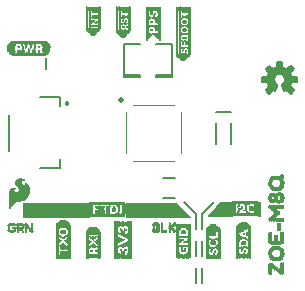
<source format=gto>
G75*
%MOIN*%
%OFA0B0*%
%FSLAX25Y25*%
%IPPOS*%
%LPD*%
%AMOC8*
5,1,8,0,0,1.08239X$1,22.5*
%
%ADD10C,0.00100*%
%ADD11C,0.00800*%
%ADD12C,0.02000*%
%ADD13C,0.00394*%
%ADD14C,0.00500*%
%ADD15R,0.00157X0.12520*%
%ADD16R,0.00118X0.12520*%
%ADD17R,0.00118X0.02480*%
%ADD18R,0.00118X0.06220*%
%ADD19R,0.00157X0.02047*%
%ADD20R,0.00157X0.00945*%
%ADD21R,0.00118X0.01929*%
%ADD22R,0.00118X0.00709*%
%ADD23R,0.00118X0.02047*%
%ADD24R,0.00157X0.01772*%
%ADD25R,0.00157X0.00551*%
%ADD26R,0.00157X0.01811*%
%ADD27R,0.00118X0.01654*%
%ADD28R,0.00118X0.00433*%
%ADD29R,0.00118X0.01811*%
%ADD30R,0.00157X0.01654*%
%ADD31R,0.00118X0.00276*%
%ADD32R,0.00118X0.00394*%
%ADD33R,0.00118X0.01496*%
%ADD34R,0.00118X0.00551*%
%ADD35R,0.00157X0.00669*%
%ADD36R,0.00157X0.01378*%
%ADD37R,0.00157X0.00709*%
%ADD38R,0.00157X0.01496*%
%ADD39R,0.00118X0.00984*%
%ADD40R,0.00118X0.01260*%
%ADD41R,0.00157X0.01929*%
%ADD42R,0.00157X0.01102*%
%ADD43R,0.00118X0.00827*%
%ADD44R,0.00118X0.00945*%
%ADD45R,0.00157X0.02480*%
%ADD46R,0.00157X0.00984*%
%ADD47R,0.00118X0.01102*%
%ADD48R,0.00118X0.01772*%
%ADD49R,0.00157X0.01260*%
%ADD50R,0.00157X0.00394*%
%ADD51R,0.00157X0.02087*%
%ADD52R,0.00118X0.03031*%
%ADD53R,0.00118X0.00157*%
%ADD54R,0.00118X0.02638*%
%ADD55R,0.00157X0.01220*%
%ADD56R,0.00157X0.00157*%
%ADD57R,0.00118X0.01220*%
%ADD58R,0.00118X0.00669*%
%ADD59R,0.00118X0.01378*%
%ADD60R,0.00157X0.02205*%
%ADD61R,0.00118X0.02205*%
%ADD62R,0.00118X0.10394*%
%ADD63R,0.00118X0.10748*%
%ADD64R,0.00079X0.10984*%
%ADD65R,0.00157X0.11220*%
%ADD66R,0.00118X0.11339*%
%ADD67R,0.00118X0.11457*%
%ADD68R,0.00079X0.11575*%
%ADD69R,0.00118X0.02126*%
%ADD70R,0.00118X0.08976*%
%ADD71R,0.00157X0.01890*%
%ADD72R,0.00157X0.00827*%
%ADD73R,0.00157X0.02362*%
%ADD74R,0.00157X0.03425*%
%ADD75R,0.00118X0.00591*%
%ADD76R,0.00118X0.02008*%
%ADD77R,0.00118X0.03307*%
%ADD78R,0.00118X0.01535*%
%ADD79R,0.00118X0.00472*%
%ADD80R,0.00118X0.03425*%
%ADD81R,0.00157X0.01417*%
%ADD82R,0.00157X0.00472*%
%ADD83R,0.00157X0.01299*%
%ADD84R,0.00118X0.01417*%
%ADD85R,0.00118X0.01181*%
%ADD86R,0.00157X0.01063*%
%ADD87R,0.00157X0.03307*%
%ADD88R,0.00118X0.03189*%
%ADD89R,0.00118X0.01299*%
%ADD90R,0.00118X0.00236*%
%ADD91R,0.00157X0.00591*%
%ADD92R,0.00157X0.00236*%
%ADD93R,0.00157X0.03071*%
%ADD94R,0.00118X0.00354*%
%ADD95R,0.00118X0.03071*%
%ADD96R,0.00118X0.02953*%
%ADD97R,0.00157X0.02835*%
%ADD98R,0.00157X0.00354*%
%ADD99R,0.00157X0.01181*%
%ADD100R,0.00118X0.01063*%
%ADD101R,0.00118X0.02835*%
%ADD102R,0.00118X0.02598*%
%ADD103R,0.00118X0.02362*%
%ADD104R,0.00118X0.02244*%
%ADD105R,0.00157X0.02126*%
%ADD106R,0.00118X0.11575*%
%ADD107R,0.00118X0.11220*%
%ADD108R,0.00118X0.10984*%
%ADD109R,0.00118X0.09685*%
%ADD110R,0.00118X0.10039*%
%ADD111R,0.00079X0.10276*%
%ADD112R,0.00157X0.10512*%
%ADD113R,0.00118X0.10630*%
%ADD114R,0.00079X0.10866*%
%ADD115R,0.00118X0.05315*%
%ADD116R,0.00157X0.03661*%
%ADD117R,0.00118X0.03661*%
%ADD118R,0.00157X0.03780*%
%ADD119R,0.00118X0.03780*%
%ADD120R,0.00118X0.03898*%
%ADD121R,0.00157X0.02008*%
%ADD122R,0.00157X0.03898*%
%ADD123R,0.00157X0.02717*%
%ADD124R,0.00118X0.01890*%
%ADD125R,0.00118X0.10866*%
%ADD126R,0.00118X0.10512*%
%ADD127R,0.00118X0.10276*%
%ADD128R,0.00079X0.11457*%
%ADD129R,0.00157X0.11457*%
%ADD130R,0.00118X0.08268*%
%ADD131R,0.00157X0.02244*%
%ADD132R,0.00157X0.00118*%
%ADD133R,0.00118X0.00118*%
%ADD134R,0.00157X0.01535*%
%ADD135C,0.00591*%
%ADD136C,0.00300*%
%ADD137R,0.00079X0.11220*%
%ADD138R,0.00157X0.11102*%
%ADD139R,0.00079X0.10748*%
%ADD140R,0.00118X0.07795*%
%ADD141R,0.00118X0.11102*%
%ADD142R,0.00118X0.16063*%
%ADD143R,0.00118X0.16181*%
%ADD144R,0.00079X0.16417*%
%ADD145R,0.00157X0.16535*%
%ADD146R,0.00079X0.01181*%
%ADD147R,0.00079X0.01299*%
%ADD148R,0.00118X0.17362*%
%ADD149R,0.00118X0.17480*%
%ADD150R,0.00157X0.17598*%
%ADD151R,0.00118X0.17717*%
%ADD152R,0.00118X0.02717*%
%ADD153R,0.00157X0.02598*%
%ADD154R,0.00118X0.16654*%
%ADD155R,0.00118X0.16535*%
%ADD156R,0.00118X0.16417*%
%ADD157R,0.10748X0.00118*%
%ADD158R,0.11457X0.00118*%
%ADD159R,0.11929X0.00079*%
%ADD160R,0.12402X0.00157*%
%ADD161R,0.12638X0.00118*%
%ADD162R,0.12874X0.00118*%
%ADD163R,0.13110X0.00079*%
%ADD164R,0.04961X0.00118*%
%ADD165R,0.03071X0.00118*%
%ADD166R,0.05079X0.00118*%
%ADD167R,0.02244X0.00157*%
%ADD168R,0.00945X0.00157*%
%ADD169R,0.01181X0.00157*%
%ADD170R,0.00472X0.00157*%
%ADD171R,0.02835X0.00157*%
%ADD172R,0.02244X0.00118*%
%ADD173R,0.00591X0.00118*%
%ADD174R,0.00945X0.00118*%
%ADD175R,0.00354X0.00118*%
%ADD176R,0.02598X0.00118*%
%ADD177R,0.02362X0.00118*%
%ADD178R,0.00472X0.00118*%
%ADD179R,0.00827X0.00118*%
%ADD180R,0.02480X0.00118*%
%ADD181R,0.02480X0.00157*%
%ADD182R,0.00236X0.00157*%
%ADD183R,0.00709X0.00157*%
%ADD184R,0.00354X0.00157*%
%ADD185R,0.00709X0.00118*%
%ADD186R,0.00236X0.00118*%
%ADD187R,0.02598X0.00157*%
%ADD188R,0.00591X0.00157*%
%ADD189R,0.02717X0.00118*%
%ADD190R,0.02835X0.00118*%
%ADD191R,0.00827X0.00157*%
%ADD192R,0.01299X0.00118*%
%ADD193R,0.01654X0.00118*%
%ADD194R,0.01063X0.00118*%
%ADD195R,0.01063X0.00157*%
%ADD196R,0.01181X0.00118*%
%ADD197R,0.02126X0.00118*%
%ADD198R,0.02126X0.00157*%
%ADD199R,0.01417X0.00118*%
%ADD200R,0.13110X0.00118*%
%ADD201R,0.12402X0.00118*%
%ADD202R,0.11929X0.00118*%
%ADD203R,0.00079X0.11693*%
%ADD204R,0.00157X0.11929*%
%ADD205R,0.00118X0.12047*%
%ADD206R,0.00118X0.12165*%
%ADD207R,0.00079X0.12283*%
%ADD208R,0.00118X0.04606*%
%ADD209R,0.00157X0.02953*%
%ADD210R,0.00118X0.12283*%
%ADD211R,0.00118X0.11929*%
%ADD212R,0.00118X0.11693*%
%ADD213R,0.00118X0.08740*%
%ADD214R,0.00118X0.09094*%
%ADD215R,0.00079X0.09331*%
%ADD216R,0.00157X0.09567*%
%ADD217R,0.00118X0.09803*%
%ADD218R,0.00079X0.09921*%
%ADD219R,0.00118X0.04252*%
%ADD220R,0.00118X0.09921*%
%ADD221R,0.00118X0.09567*%
%ADD222R,0.00118X0.09331*%
%ADD223R,0.12165X0.00118*%
%ADD224R,0.12165X0.00079*%
%ADD225R,0.12165X0.00157*%
%ADD226R,0.01417X0.00157*%
%ADD227R,0.01299X0.00157*%
%ADD228R,0.03071X0.00157*%
%ADD229R,0.02953X0.00118*%
%ADD230R,0.01890X0.00118*%
%ADD231R,0.01890X0.00157*%
%ADD232R,0.03307X0.00118*%
%ADD233R,0.01535X0.00118*%
%ADD234R,0.08858X0.00118*%
%ADD235R,0.08858X0.00079*%
%ADD236R,0.08858X0.00157*%
%ADD237R,0.03189X0.00118*%
%ADD238R,0.01654X0.00157*%
%ADD239R,0.01535X0.00157*%
%ADD240R,0.03189X0.00157*%
%ADD241R,0.01772X0.00118*%
%ADD242R,0.00197X0.03346*%
%ADD243R,0.00197X0.01181*%
%ADD244R,0.00197X0.03150*%
%ADD245R,0.00197X0.00197*%
%ADD246R,0.00197X0.00394*%
%ADD247R,0.00197X0.03937*%
%ADD248R,0.00197X0.02362*%
%ADD249R,0.00197X0.01969*%
%ADD250R,0.00197X0.02165*%
%ADD251R,0.00197X0.04134*%
%ADD252R,0.00197X0.02953*%
%ADD253R,0.00197X0.01378*%
%ADD254R,0.00197X0.01575*%
%ADD255R,0.00197X0.02756*%
%ADD256R,0.00197X0.03740*%
%ADD257R,0.00197X0.01772*%
%ADD258R,0.00197X0.04331*%
%ADD259R,0.00197X0.04528*%
%ADD260R,0.00197X0.02559*%
%ADD261R,0.00197X0.05512*%
%ADD262R,0.00236X0.01575*%
%ADD263R,0.00236X0.01181*%
%ADD264R,0.00236X0.01378*%
%ADD265R,0.00236X0.03346*%
%ADD266R,0.00236X0.01969*%
%ADD267R,0.00236X0.03543*%
%ADD268R,0.00197X0.00787*%
%ADD269R,0.00236X0.01772*%
%ADD270R,0.00236X0.03740*%
%ADD271R,0.00236X0.02756*%
%ADD272R,0.00197X0.03543*%
%ADD273R,0.00197X0.05118*%
%ADD274R,0.00197X0.04921*%
%ADD275R,0.00197X0.04724*%
%ADD276R,0.00236X0.04134*%
%ADD277R,0.00236X0.02362*%
%ADD278R,0.00197X0.00984*%
%ADD279R,0.00197X0.00591*%
%ADD280R,0.02362X0.00157*%
%ADD281R,0.01772X0.00157*%
%ADD282R,0.02008X0.00157*%
%ADD283R,0.02008X0.00118*%
%ADD284R,0.00118X0.07559*%
%ADD285R,0.00118X0.07677*%
%ADD286R,0.00079X0.07913*%
%ADD287R,0.00157X0.08031*%
%ADD288R,0.00118X0.08858*%
%ADD289R,0.00157X0.09094*%
%ADD290R,0.00118X0.09213*%
%ADD291R,0.00118X0.08150*%
%ADD292R,0.00118X0.08031*%
%ADD293R,0.00118X0.07913*%
%ADD294R,0.00118X0.08386*%
%ADD295R,0.00079X0.08622*%
%ADD296R,0.00157X0.08740*%
%ADD297R,0.00157X0.09803*%
%ADD298R,0.00118X0.08622*%
D10*
X0120793Y0077030D02*
X0120793Y0081750D01*
X0142733Y0081750D01*
X0142733Y0077030D01*
X0120793Y0077030D01*
X0120793Y0077067D02*
X0142733Y0077067D01*
X0142733Y0077165D02*
X0120793Y0077165D01*
X0120793Y0077264D02*
X0142733Y0077264D01*
X0142733Y0077362D02*
X0120793Y0077362D01*
X0120793Y0077461D02*
X0142733Y0077461D01*
X0142733Y0077559D02*
X0120793Y0077559D01*
X0120793Y0077658D02*
X0142733Y0077658D01*
X0142733Y0077756D02*
X0120793Y0077756D01*
X0120793Y0077855D02*
X0142733Y0077855D01*
X0142733Y0077953D02*
X0120793Y0077953D01*
X0120793Y0078052D02*
X0142733Y0078052D01*
X0142733Y0078150D02*
X0120793Y0078150D01*
X0120793Y0078249D02*
X0142733Y0078249D01*
X0142733Y0078347D02*
X0120793Y0078347D01*
X0120793Y0078446D02*
X0142733Y0078446D01*
X0142733Y0078544D02*
X0120793Y0078544D01*
X0120793Y0078643D02*
X0142733Y0078643D01*
X0142733Y0078741D02*
X0120793Y0078741D01*
X0120793Y0078840D02*
X0142733Y0078840D01*
X0142733Y0078938D02*
X0120793Y0078938D01*
X0120793Y0079037D02*
X0142733Y0079037D01*
X0142733Y0079135D02*
X0120793Y0079135D01*
X0120793Y0079234D02*
X0142733Y0079234D01*
X0142733Y0079332D02*
X0120793Y0079332D01*
X0120793Y0079431D02*
X0142733Y0079431D01*
X0142733Y0079529D02*
X0120793Y0079529D01*
X0120793Y0079628D02*
X0142733Y0079628D01*
X0142733Y0079726D02*
X0120793Y0079726D01*
X0120793Y0079825D02*
X0142733Y0079825D01*
X0142733Y0079923D02*
X0120793Y0079923D01*
X0120793Y0080022D02*
X0142733Y0080022D01*
X0142733Y0080120D02*
X0120793Y0080120D01*
X0120793Y0080219D02*
X0142733Y0080219D01*
X0142733Y0080317D02*
X0120793Y0080317D01*
X0120793Y0080416D02*
X0142733Y0080416D01*
X0142733Y0080514D02*
X0120793Y0080514D01*
X0120793Y0080613D02*
X0142733Y0080613D01*
X0142733Y0080711D02*
X0120793Y0080711D01*
X0120793Y0080810D02*
X0142733Y0080810D01*
X0142733Y0080908D02*
X0120793Y0080908D01*
X0120793Y0081007D02*
X0142733Y0081007D01*
X0142733Y0081105D02*
X0120793Y0081105D01*
X0120793Y0081204D02*
X0142733Y0081204D01*
X0142733Y0081303D02*
X0120793Y0081303D01*
X0120793Y0081401D02*
X0142733Y0081401D01*
X0142733Y0081500D02*
X0120793Y0081500D01*
X0120793Y0081598D02*
X0142733Y0081598D01*
X0142733Y0081697D02*
X0120793Y0081697D01*
X0154983Y0081697D02*
X0171637Y0081697D01*
X0171583Y0081750D02*
X0154983Y0081750D01*
X0154983Y0077040D01*
X0176293Y0077040D01*
X0171583Y0081750D01*
X0171735Y0081598D02*
X0154983Y0081598D01*
X0154983Y0081500D02*
X0171834Y0081500D01*
X0171932Y0081401D02*
X0154983Y0081401D01*
X0154983Y0081303D02*
X0172031Y0081303D01*
X0172129Y0081204D02*
X0154983Y0081204D01*
X0154983Y0081105D02*
X0172228Y0081105D01*
X0172326Y0081007D02*
X0154983Y0081007D01*
X0154983Y0080908D02*
X0172425Y0080908D01*
X0172523Y0080810D02*
X0154983Y0080810D01*
X0154983Y0080711D02*
X0172622Y0080711D01*
X0172720Y0080613D02*
X0154983Y0080613D01*
X0154983Y0080514D02*
X0172819Y0080514D01*
X0172917Y0080416D02*
X0154983Y0080416D01*
X0154983Y0080317D02*
X0173016Y0080317D01*
X0173114Y0080219D02*
X0154983Y0080219D01*
X0154983Y0080120D02*
X0173213Y0080120D01*
X0173311Y0080022D02*
X0154983Y0080022D01*
X0154983Y0079923D02*
X0173410Y0079923D01*
X0173508Y0079825D02*
X0154983Y0079825D01*
X0154983Y0079726D02*
X0173607Y0079726D01*
X0173705Y0079628D02*
X0154983Y0079628D01*
X0154983Y0079529D02*
X0173804Y0079529D01*
X0173903Y0079431D02*
X0154983Y0079431D01*
X0154983Y0079332D02*
X0174001Y0079332D01*
X0174100Y0079234D02*
X0154983Y0079234D01*
X0154983Y0079135D02*
X0174198Y0079135D01*
X0174297Y0079037D02*
X0154983Y0079037D01*
X0154983Y0078938D02*
X0174395Y0078938D01*
X0174494Y0078840D02*
X0154983Y0078840D01*
X0154983Y0078741D02*
X0174592Y0078741D01*
X0174691Y0078643D02*
X0154983Y0078643D01*
X0154983Y0078544D02*
X0174789Y0078544D01*
X0174888Y0078446D02*
X0154983Y0078446D01*
X0154983Y0078347D02*
X0174986Y0078347D01*
X0175085Y0078249D02*
X0154983Y0078249D01*
X0154983Y0078150D02*
X0175183Y0078150D01*
X0175282Y0078052D02*
X0154983Y0078052D01*
X0154983Y0077953D02*
X0175380Y0077953D01*
X0175479Y0077855D02*
X0154983Y0077855D01*
X0154983Y0077756D02*
X0175577Y0077756D01*
X0175676Y0077658D02*
X0154983Y0077658D01*
X0154983Y0077559D02*
X0175774Y0077559D01*
X0175873Y0077461D02*
X0154983Y0077461D01*
X0154983Y0077362D02*
X0175971Y0077362D01*
X0176070Y0077264D02*
X0154983Y0077264D01*
X0154983Y0077165D02*
X0176168Y0077165D01*
X0176267Y0077067D02*
X0154983Y0077067D01*
X0182381Y0077240D02*
X0190373Y0077240D01*
X0190373Y0081950D01*
X0186502Y0081950D01*
X0182381Y0077240D01*
X0182401Y0077264D02*
X0190373Y0077264D01*
X0190373Y0077362D02*
X0182488Y0077362D01*
X0182574Y0077461D02*
X0190373Y0077461D01*
X0190373Y0077559D02*
X0182660Y0077559D01*
X0182746Y0077658D02*
X0190373Y0077658D01*
X0190373Y0077756D02*
X0182832Y0077756D01*
X0182919Y0077855D02*
X0190373Y0077855D01*
X0190373Y0077953D02*
X0183005Y0077953D01*
X0183091Y0078052D02*
X0190373Y0078052D01*
X0190373Y0078150D02*
X0183177Y0078150D01*
X0183263Y0078249D02*
X0190373Y0078249D01*
X0190373Y0078347D02*
X0183350Y0078347D01*
X0183436Y0078446D02*
X0190373Y0078446D01*
X0190373Y0078544D02*
X0183522Y0078544D01*
X0183608Y0078643D02*
X0190373Y0078643D01*
X0190373Y0078741D02*
X0183694Y0078741D01*
X0183781Y0078840D02*
X0190373Y0078840D01*
X0190373Y0078938D02*
X0183867Y0078938D01*
X0183953Y0079037D02*
X0190373Y0079037D01*
X0190373Y0079135D02*
X0184039Y0079135D01*
X0184125Y0079234D02*
X0190373Y0079234D01*
X0190373Y0079332D02*
X0184212Y0079332D01*
X0184298Y0079431D02*
X0190373Y0079431D01*
X0190373Y0079529D02*
X0184384Y0079529D01*
X0184470Y0079628D02*
X0190373Y0079628D01*
X0190373Y0079726D02*
X0184556Y0079726D01*
X0184643Y0079825D02*
X0190373Y0079825D01*
X0190373Y0079923D02*
X0184729Y0079923D01*
X0184815Y0080022D02*
X0190373Y0080022D01*
X0190373Y0080120D02*
X0184901Y0080120D01*
X0184987Y0080219D02*
X0190373Y0080219D01*
X0190373Y0080317D02*
X0185074Y0080317D01*
X0185160Y0080416D02*
X0190373Y0080416D01*
X0190373Y0080514D02*
X0185246Y0080514D01*
X0185332Y0080613D02*
X0190373Y0080613D01*
X0190373Y0080711D02*
X0185418Y0080711D01*
X0185505Y0080810D02*
X0190373Y0080810D01*
X0190373Y0080908D02*
X0185591Y0080908D01*
X0185677Y0081007D02*
X0190373Y0081007D01*
X0190373Y0081105D02*
X0185763Y0081105D01*
X0185849Y0081204D02*
X0190373Y0081204D01*
X0190373Y0081303D02*
X0185936Y0081303D01*
X0186022Y0081401D02*
X0190373Y0081401D01*
X0190373Y0081500D02*
X0186108Y0081500D01*
X0186194Y0081598D02*
X0190373Y0081598D01*
X0190373Y0081697D02*
X0186280Y0081697D01*
X0186367Y0081795D02*
X0190373Y0081795D01*
X0190373Y0081894D02*
X0186453Y0081894D01*
X0199263Y0081894D02*
X0199833Y0081894D01*
X0199833Y0081940D02*
X0199263Y0081940D01*
X0199263Y0077240D01*
X0199833Y0077240D01*
X0199833Y0081940D01*
X0199833Y0081795D02*
X0199263Y0081795D01*
X0199263Y0081697D02*
X0199833Y0081697D01*
X0199833Y0081598D02*
X0199263Y0081598D01*
X0199263Y0081500D02*
X0199833Y0081500D01*
X0199833Y0081401D02*
X0199263Y0081401D01*
X0199263Y0081303D02*
X0199833Y0081303D01*
X0199833Y0081204D02*
X0199263Y0081204D01*
X0199263Y0081105D02*
X0199833Y0081105D01*
X0199833Y0081007D02*
X0199263Y0081007D01*
X0199263Y0080908D02*
X0199833Y0080908D01*
X0199833Y0080810D02*
X0199263Y0080810D01*
X0199263Y0080711D02*
X0199833Y0080711D01*
X0199833Y0080613D02*
X0199263Y0080613D01*
X0199263Y0080514D02*
X0199833Y0080514D01*
X0199833Y0080416D02*
X0199263Y0080416D01*
X0199263Y0080317D02*
X0199833Y0080317D01*
X0199833Y0080219D02*
X0199263Y0080219D01*
X0199263Y0080120D02*
X0199833Y0080120D01*
X0199833Y0080022D02*
X0199263Y0080022D01*
X0199263Y0079923D02*
X0199833Y0079923D01*
X0199833Y0079825D02*
X0199263Y0079825D01*
X0199263Y0079726D02*
X0199833Y0079726D01*
X0199833Y0079628D02*
X0199263Y0079628D01*
X0199263Y0079529D02*
X0199833Y0079529D01*
X0199833Y0079431D02*
X0199263Y0079431D01*
X0199263Y0079332D02*
X0199833Y0079332D01*
X0199833Y0079234D02*
X0199263Y0079234D01*
X0199263Y0079135D02*
X0199833Y0079135D01*
X0199833Y0079037D02*
X0199263Y0079037D01*
X0199263Y0078938D02*
X0199833Y0078938D01*
X0199833Y0078840D02*
X0199263Y0078840D01*
X0199263Y0078741D02*
X0199833Y0078741D01*
X0199833Y0078643D02*
X0199263Y0078643D01*
X0199263Y0078544D02*
X0199833Y0078544D01*
X0199833Y0078446D02*
X0199263Y0078446D01*
X0199263Y0078347D02*
X0199833Y0078347D01*
X0199833Y0078249D02*
X0199263Y0078249D01*
X0199263Y0078150D02*
X0199833Y0078150D01*
X0199833Y0078052D02*
X0199263Y0078052D01*
X0199263Y0077953D02*
X0199833Y0077953D01*
X0199833Y0077855D02*
X0199263Y0077855D01*
X0199263Y0077756D02*
X0199833Y0077756D01*
X0199833Y0077658D02*
X0199263Y0077658D01*
X0199263Y0077559D02*
X0199833Y0077559D01*
X0199833Y0077461D02*
X0199263Y0077461D01*
X0199263Y0077362D02*
X0199833Y0077362D01*
X0199833Y0077264D02*
X0199263Y0077264D01*
D11*
X0184333Y0082000D02*
X0180333Y0078000D01*
X0180333Y0072958D01*
X0178333Y0072958D02*
X0178333Y0078000D01*
X0174333Y0082000D01*
X0171502Y0083354D02*
X0167565Y0083354D01*
X0167565Y0090046D02*
X0171502Y0090046D01*
X0185073Y0101357D02*
X0185073Y0108443D01*
X0185073Y0111869D02*
X0189994Y0111869D01*
X0189994Y0108443D02*
X0189994Y0101357D01*
X0135114Y0114843D02*
X0135116Y0114883D01*
X0135122Y0114922D01*
X0135132Y0114961D01*
X0135145Y0114998D01*
X0135163Y0115034D01*
X0135184Y0115068D01*
X0135208Y0115100D01*
X0135235Y0115129D01*
X0135265Y0115156D01*
X0135297Y0115179D01*
X0135332Y0115199D01*
X0135368Y0115215D01*
X0135406Y0115228D01*
X0135445Y0115237D01*
X0135484Y0115242D01*
X0135524Y0115243D01*
X0135564Y0115240D01*
X0135603Y0115233D01*
X0135641Y0115222D01*
X0135679Y0115208D01*
X0135714Y0115189D01*
X0135747Y0115168D01*
X0135779Y0115143D01*
X0135807Y0115115D01*
X0135833Y0115085D01*
X0135855Y0115052D01*
X0135874Y0115017D01*
X0135890Y0114980D01*
X0135902Y0114942D01*
X0135910Y0114903D01*
X0135914Y0114863D01*
X0135914Y0114823D01*
X0135910Y0114783D01*
X0135902Y0114744D01*
X0135890Y0114706D01*
X0135874Y0114669D01*
X0135855Y0114634D01*
X0135833Y0114601D01*
X0135807Y0114571D01*
X0135779Y0114543D01*
X0135747Y0114518D01*
X0135714Y0114497D01*
X0135679Y0114478D01*
X0135641Y0114464D01*
X0135603Y0114453D01*
X0135564Y0114446D01*
X0135524Y0114443D01*
X0135484Y0114444D01*
X0135445Y0114449D01*
X0135406Y0114458D01*
X0135368Y0114471D01*
X0135332Y0114487D01*
X0135297Y0114507D01*
X0135265Y0114530D01*
X0135235Y0114557D01*
X0135208Y0114586D01*
X0135184Y0114618D01*
X0135163Y0114652D01*
X0135145Y0114688D01*
X0135132Y0114725D01*
X0135122Y0114764D01*
X0135116Y0114803D01*
X0135114Y0114843D01*
X0132955Y0113858D02*
X0132955Y0116811D01*
X0126459Y0116811D01*
X0116223Y0110906D02*
X0116223Y0099094D01*
X0126459Y0093189D02*
X0132955Y0093189D01*
X0132955Y0096142D01*
X0178333Y0069021D02*
X0178333Y0063979D01*
X0180333Y0063979D02*
X0180333Y0069021D01*
X0180333Y0060042D02*
X0180333Y0055000D01*
X0178333Y0055000D02*
X0178333Y0060042D01*
X0128583Y0126125D02*
X0128583Y0129875D01*
D12*
X0153554Y0115843D03*
D13*
X0157459Y0114268D02*
X0171239Y0114268D01*
X0173601Y0111906D02*
X0173601Y0098126D01*
X0171239Y0095764D02*
X0157459Y0095764D01*
X0155097Y0098126D02*
X0155097Y0111906D01*
D14*
X0154559Y0123594D02*
X0154559Y0124382D01*
X0159677Y0124382D01*
X0159677Y0123594D01*
X0154559Y0123594D01*
X0154559Y0123988D02*
X0159677Y0123988D01*
X0154559Y0124382D02*
X0154559Y0134618D01*
X0159677Y0134618D01*
X0165189Y0134618D02*
X0170307Y0134618D01*
X0170307Y0124382D01*
X0170307Y0123594D01*
X0165189Y0123594D01*
X0165189Y0124382D01*
X0170307Y0124382D01*
X0170307Y0123988D02*
X0165189Y0123988D01*
D15*
X0157089Y0069271D03*
X0156814Y0069271D03*
X0156538Y0069271D03*
X0156262Y0069271D03*
X0152404Y0069271D03*
X0152129Y0069271D03*
X0151853Y0069271D03*
X0151577Y0069271D03*
D16*
X0151715Y0069271D03*
X0151991Y0069271D03*
X0152266Y0069271D03*
X0156400Y0069271D03*
X0156676Y0069271D03*
X0156951Y0069271D03*
D17*
X0154471Y0064251D03*
X0154196Y0064251D03*
X0153920Y0064251D03*
X0152542Y0064251D03*
X0135888Y0064276D03*
X0143526Y0072271D03*
X0143605Y0072271D03*
X0145062Y0072271D03*
X0145140Y0072271D03*
X0152542Y0074291D03*
X0135140Y0074551D03*
X0135062Y0074551D03*
X0134668Y0074669D03*
X0134550Y0074669D03*
X0134471Y0074669D03*
X0134196Y0074669D03*
X0134117Y0074669D03*
X0133999Y0074669D03*
X0133605Y0074551D03*
X0172878Y0064357D03*
X0182778Y0066974D03*
X0184668Y0064257D03*
X0194768Y0064357D03*
X0175988Y0073334D03*
X0144668Y0138667D03*
X0144550Y0138667D03*
X0144471Y0138667D03*
X0144196Y0138667D03*
X0144117Y0138667D03*
X0143999Y0138667D03*
X0163999Y0145753D03*
D18*
X0152542Y0069271D03*
D19*
X0152680Y0069271D03*
X0152680Y0074507D03*
X0152680Y0064035D03*
D20*
X0153782Y0065688D03*
X0152680Y0067066D03*
X0154058Y0069271D03*
X0152680Y0071476D03*
X0153782Y0072578D03*
X0142916Y0066779D03*
X0143861Y0065716D03*
X0145751Y0065716D03*
X0135751Y0070713D03*
X0134333Y0069886D03*
X0173016Y0067133D03*
X0173488Y0069023D03*
X0173961Y0071857D03*
X0193961Y0070086D03*
X0173861Y0138003D03*
X0174333Y0139302D03*
X0174333Y0142019D03*
X0174333Y0143672D03*
X0175278Y0143672D03*
X0163861Y0142032D03*
X0163861Y0139316D03*
X0155751Y0143677D03*
X0155278Y0143677D03*
X0143861Y0142033D03*
D21*
X0152818Y0074566D03*
X0154471Y0071417D03*
X0155849Y0070708D03*
X0155849Y0067834D03*
X0152818Y0063976D03*
D22*
X0152818Y0067066D03*
X0154196Y0069271D03*
X0153644Y0071200D03*
X0152818Y0071476D03*
X0144944Y0069968D03*
X0143723Y0069968D03*
X0145062Y0067133D03*
X0145140Y0065598D03*
X0143605Y0065598D03*
X0143054Y0066779D03*
X0133605Y0071894D03*
X0133054Y0070713D03*
X0173705Y0071739D03*
X0173705Y0069141D03*
X0173823Y0069141D03*
X0175240Y0068669D03*
X0174650Y0065480D03*
X0174571Y0065480D03*
X0174296Y0065480D03*
X0183526Y0066679D03*
X0183605Y0065498D03*
X0185140Y0065498D03*
X0193705Y0065598D03*
X0193705Y0066661D03*
X0193705Y0068078D03*
X0194099Y0070086D03*
X0194217Y0070086D03*
X0195713Y0069377D03*
X0195240Y0065598D03*
X0175416Y0132334D03*
X0174196Y0136704D03*
X0173999Y0138003D03*
X0163605Y0139198D03*
X0163133Y0140497D03*
X0163605Y0141914D03*
X0155888Y0140252D03*
X0154668Y0140252D03*
X0154550Y0140252D03*
X0154471Y0140252D03*
X0155416Y0142260D03*
X0145613Y0141797D03*
X0144196Y0142151D03*
D23*
X0152818Y0069271D03*
D24*
X0152955Y0074645D03*
X0133861Y0066992D03*
X0152955Y0063897D03*
X0182916Y0063903D03*
X0185751Y0063903D03*
X0182916Y0066974D03*
X0195851Y0064003D03*
X0165751Y0146107D03*
X0162916Y0146107D03*
D25*
X0152955Y0071397D03*
X0153231Y0071279D03*
X0153507Y0067420D03*
X0153231Y0067263D03*
X0152955Y0067145D03*
D26*
X0152955Y0069271D03*
X0154058Y0071476D03*
X0155711Y0070649D03*
X0155711Y0067893D03*
D27*
X0153920Y0071554D03*
X0153920Y0074704D03*
X0154471Y0074704D03*
X0153093Y0074704D03*
X0135888Y0066815D03*
X0135062Y0066933D03*
X0133723Y0066933D03*
X0133605Y0066933D03*
X0153093Y0063838D03*
X0153369Y0063838D03*
X0153644Y0063838D03*
X0173351Y0063944D03*
X0175516Y0063944D03*
X0183054Y0063844D03*
X0193154Y0063944D03*
X0193233Y0069968D03*
X0175516Y0073747D03*
X0175613Y0130562D03*
X0176007Y0130917D03*
X0176125Y0131035D03*
X0173054Y0130562D03*
X0174471Y0134932D03*
X0175416Y0134932D03*
X0175495Y0134932D03*
X0175613Y0134932D03*
X0175888Y0134932D03*
X0176007Y0134932D03*
X0164668Y0143686D03*
X0164196Y0146166D03*
X0163526Y0146166D03*
X0163054Y0146166D03*
X0153054Y0138362D03*
X0145613Y0139080D03*
X0143054Y0139080D03*
D28*
X0153093Y0071338D03*
X0153093Y0067204D03*
D29*
X0153093Y0069271D03*
X0154196Y0071476D03*
D30*
X0153231Y0069350D03*
X0153231Y0074704D03*
X0154058Y0074704D03*
X0154609Y0074704D03*
X0155711Y0074704D03*
X0173488Y0073747D03*
X0183861Y0066088D03*
X0184333Y0063844D03*
X0193961Y0066188D03*
X0194433Y0063944D03*
X0195851Y0071267D03*
X0173488Y0063944D03*
X0155711Y0063838D03*
X0154885Y0063838D03*
X0153507Y0063838D03*
X0153231Y0063838D03*
X0175751Y0130680D03*
X0175751Y0134932D03*
X0175278Y0134932D03*
X0174333Y0134932D03*
X0165751Y0137308D03*
X0162916Y0137308D03*
X0155751Y0138480D03*
D31*
X0153369Y0072794D03*
X0153369Y0065905D03*
D32*
X0153369Y0067342D03*
X0154471Y0069271D03*
D33*
X0153369Y0069271D03*
X0155573Y0070649D03*
X0155573Y0067893D03*
X0155573Y0063759D03*
X0155298Y0063759D03*
X0155022Y0063759D03*
X0155022Y0074783D03*
X0154747Y0074783D03*
X0155298Y0074783D03*
X0155573Y0074783D03*
X0153644Y0074783D03*
X0153369Y0074783D03*
D34*
X0153369Y0071279D03*
X0153644Y0067420D03*
D35*
X0153782Y0067480D03*
X0153507Y0065826D03*
X0153507Y0072716D03*
D36*
X0154885Y0070865D03*
X0155160Y0070708D03*
X0153507Y0069330D03*
X0154333Y0067401D03*
X0155160Y0067834D03*
D37*
X0154333Y0069271D03*
X0153507Y0071200D03*
X0145278Y0068550D03*
X0143861Y0067251D03*
X0135278Y0068823D03*
X0134806Y0070122D03*
X0133861Y0070122D03*
X0174433Y0065480D03*
X0175851Y0067251D03*
X0185751Y0069513D03*
X0195851Y0066661D03*
X0175751Y0138003D03*
X0164806Y0137780D03*
X0163861Y0137780D03*
X0164806Y0140497D03*
X0155751Y0140252D03*
X0154333Y0140252D03*
D38*
X0154885Y0074783D03*
X0155160Y0074783D03*
X0155436Y0074783D03*
X0153782Y0074783D03*
X0153507Y0074783D03*
X0155436Y0070649D03*
X0155436Y0067893D03*
X0155436Y0063759D03*
X0155160Y0063759D03*
D39*
X0155022Y0065826D03*
X0153644Y0065826D03*
X0153644Y0072716D03*
X0155022Y0072716D03*
D40*
X0153644Y0069271D03*
D41*
X0154333Y0071417D03*
X0154333Y0074566D03*
X0155987Y0074566D03*
X0155987Y0063976D03*
X0153782Y0063976D03*
D42*
X0154885Y0065767D03*
X0153782Y0069350D03*
X0153782Y0071279D03*
X0154885Y0072657D03*
D43*
X0153920Y0067401D03*
X0145416Y0065657D03*
X0144196Y0065657D03*
X0143999Y0067310D03*
X0134668Y0070063D03*
X0134550Y0069945D03*
X0134196Y0069945D03*
X0134117Y0070063D03*
X0133999Y0070063D03*
X0173626Y0069082D03*
X0173823Y0071798D03*
X0175162Y0071798D03*
X0183605Y0068391D03*
X0183251Y0066856D03*
X0183605Y0066620D03*
X0184117Y0066383D03*
X0185062Y0065439D03*
X0185495Y0066856D03*
X0195162Y0065539D03*
X0174217Y0065539D03*
X0173705Y0066011D03*
X0173605Y0133220D03*
X0174550Y0135346D03*
X0175140Y0135346D03*
X0175140Y0136763D03*
X0175416Y0136763D03*
X0174471Y0136763D03*
X0175888Y0138062D03*
X0173999Y0140661D03*
X0173605Y0142905D03*
X0174550Y0143731D03*
X0174668Y0143731D03*
X0174944Y0143731D03*
X0175062Y0143731D03*
X0175140Y0143731D03*
X0165062Y0144572D03*
X0164471Y0143509D03*
X0163133Y0143272D03*
X0163723Y0141973D03*
X0164117Y0141973D03*
X0164196Y0141973D03*
X0163054Y0140438D03*
X0164196Y0139257D03*
X0163723Y0137721D03*
X0164944Y0137721D03*
X0156007Y0140311D03*
X0156125Y0141492D03*
X0153723Y0141256D03*
X0144117Y0142092D03*
X0143999Y0142092D03*
X0176125Y0133220D03*
D44*
X0175416Y0139302D03*
X0175416Y0142019D03*
X0175416Y0143672D03*
X0175495Y0143672D03*
X0174471Y0143672D03*
X0174196Y0143672D03*
X0164944Y0140379D03*
X0164117Y0139316D03*
X0163999Y0139316D03*
X0163723Y0139316D03*
X0163605Y0137662D03*
X0165062Y0137662D03*
X0163999Y0142032D03*
X0156125Y0140252D03*
X0155062Y0141551D03*
X0155062Y0143677D03*
X0155140Y0143677D03*
X0154944Y0143677D03*
X0155416Y0143677D03*
X0155495Y0143677D03*
X0155613Y0143677D03*
X0146007Y0141915D03*
X0145888Y0141915D03*
X0175044Y0071857D03*
X0175516Y0068787D03*
X0175595Y0068787D03*
X0175988Y0067133D03*
X0175162Y0065952D03*
X0183133Y0066915D03*
X0184944Y0065380D03*
X0185888Y0069395D03*
X0193823Y0070086D03*
X0193823Y0068196D03*
X0195162Y0068196D03*
X0194217Y0066543D03*
X0195044Y0065480D03*
X0153920Y0069271D03*
X0145416Y0068550D03*
X0144944Y0067133D03*
X0144117Y0067369D03*
X0144117Y0065716D03*
X0143999Y0065716D03*
X0143723Y0065716D03*
X0145495Y0065716D03*
X0145613Y0065716D03*
X0144668Y0069850D03*
X0144117Y0069850D03*
X0143999Y0069850D03*
X0135416Y0068823D03*
X0134471Y0069886D03*
D45*
X0134333Y0074669D03*
X0133861Y0074669D03*
X0134806Y0074669D03*
X0143388Y0072271D03*
X0145278Y0072271D03*
X0154058Y0064251D03*
X0154333Y0064251D03*
X0154609Y0064251D03*
X0195378Y0073924D03*
X0154806Y0138067D03*
X0153861Y0138067D03*
X0144333Y0138667D03*
D46*
X0155160Y0072716D03*
X0154058Y0067480D03*
X0155160Y0065826D03*
D47*
X0154471Y0067539D03*
X0154196Y0067420D03*
X0154747Y0067696D03*
D48*
X0155849Y0063897D03*
X0145888Y0068609D03*
X0142778Y0068609D03*
X0135888Y0068882D03*
X0134944Y0066992D03*
X0132778Y0068882D03*
X0154196Y0074645D03*
X0155849Y0074645D03*
X0173351Y0073688D03*
X0175595Y0073688D03*
X0183723Y0066029D03*
X0184471Y0063903D03*
X0193823Y0066129D03*
X0194571Y0064003D03*
X0195988Y0071208D03*
X0175595Y0064003D03*
X0175495Y0130503D03*
X0176125Y0134991D03*
X0176125Y0140661D03*
X0173605Y0140661D03*
X0176125Y0143377D03*
X0163605Y0146107D03*
X0154550Y0143264D03*
X0155613Y0138421D03*
X0145495Y0139021D03*
D49*
X0154609Y0067617D03*
D50*
X0154609Y0069271D03*
D51*
X0154609Y0071338D03*
D52*
X0154747Y0064527D03*
D53*
X0154747Y0069271D03*
X0121770Y0133000D03*
D54*
X0154747Y0071613D03*
X0156125Y0070787D03*
X0156125Y0067755D03*
D55*
X0154885Y0067755D03*
D56*
X0154885Y0069271D03*
D57*
X0155022Y0070787D03*
X0155022Y0067755D03*
D58*
X0155298Y0065826D03*
X0155298Y0072716D03*
D59*
X0155298Y0070708D03*
X0155298Y0067834D03*
D60*
X0155987Y0067814D03*
X0155987Y0070728D03*
D61*
X0156125Y0074428D03*
X0156125Y0064113D03*
D62*
X0192091Y0068314D03*
X0196776Y0068314D03*
D63*
X0196658Y0068491D03*
X0192209Y0068491D03*
X0186125Y0068391D03*
X0182581Y0068391D03*
X0166007Y0141619D03*
D64*
X0192307Y0068609D03*
D65*
X0192425Y0068728D03*
D66*
X0192563Y0068787D03*
X0196343Y0068787D03*
X0166558Y0141324D03*
X0162109Y0141324D03*
D67*
X0161991Y0141265D03*
X0166676Y0141265D03*
X0172091Y0068846D03*
X0172209Y0068846D03*
X0172563Y0068846D03*
X0172681Y0068846D03*
X0176107Y0068846D03*
X0176225Y0068846D03*
X0176343Y0068846D03*
X0176422Y0068846D03*
X0176540Y0068846D03*
X0176658Y0068846D03*
X0176776Y0068846D03*
X0192681Y0068846D03*
X0196225Y0068846D03*
X0136558Y0068764D03*
X0132109Y0068764D03*
D68*
X0192780Y0068905D03*
D69*
X0195713Y0073865D03*
X0185888Y0072939D03*
X0185613Y0073057D03*
X0184668Y0068687D03*
X0184550Y0068687D03*
X0184471Y0068687D03*
X0184196Y0068687D03*
X0184117Y0068687D03*
X0183999Y0068687D03*
X0182778Y0064080D03*
X0173823Y0066424D03*
X0192878Y0064180D03*
X0194650Y0064180D03*
X0134471Y0067169D03*
X0134196Y0067169D03*
X0145140Y0138844D03*
X0145140Y0145931D03*
X0145062Y0145931D03*
X0144944Y0145931D03*
X0144668Y0145931D03*
X0144550Y0145931D03*
X0144471Y0145931D03*
X0144196Y0145931D03*
X0144117Y0145931D03*
X0145416Y0145931D03*
X0145495Y0145931D03*
X0145613Y0145931D03*
X0145888Y0145931D03*
X0146007Y0145931D03*
X0154117Y0145921D03*
X0162778Y0145930D03*
X0165613Y0142623D03*
X0174117Y0145917D03*
D70*
X0143251Y0142506D03*
X0192878Y0070322D03*
D71*
X0193016Y0064062D03*
X0134806Y0067051D03*
X0165278Y0142505D03*
D72*
X0174806Y0143731D03*
X0175751Y0140661D03*
X0175278Y0136763D03*
X0174333Y0136763D03*
X0145751Y0141856D03*
X0144806Y0069909D03*
X0143861Y0069909D03*
X0143388Y0068609D03*
X0145278Y0065657D03*
X0133388Y0068882D03*
X0175378Y0068728D03*
X0182916Y0069454D03*
X0183388Y0066738D03*
X0193016Y0066602D03*
X0195851Y0069318D03*
D73*
X0193016Y0069850D03*
X0135751Y0064217D03*
X0135278Y0064217D03*
X0134806Y0064217D03*
X0134333Y0064217D03*
X0133861Y0064217D03*
X0143861Y0138726D03*
X0144806Y0138726D03*
D74*
X0193016Y0073216D03*
X0193488Y0073452D03*
D75*
X0194296Y0070027D03*
X0194296Y0066720D03*
X0193626Y0066720D03*
X0193154Y0066720D03*
X0195713Y0066720D03*
X0185416Y0066856D03*
X0184196Y0066502D03*
X0185140Y0068391D03*
X0183723Y0069454D03*
X0175988Y0070381D03*
X0175162Y0068609D03*
X0175044Y0068609D03*
X0173705Y0067192D03*
X0173154Y0067192D03*
X0175240Y0066011D03*
X0145888Y0067074D03*
X0145140Y0067074D03*
X0143723Y0067192D03*
X0143605Y0067192D03*
X0143526Y0067074D03*
X0143133Y0066838D03*
X0143526Y0068609D03*
X0143605Y0070027D03*
X0145062Y0070027D03*
X0145888Y0070145D03*
X0145140Y0068609D03*
X0135613Y0070654D03*
X0134944Y0070181D03*
X0133723Y0070181D03*
X0133605Y0070299D03*
X0133133Y0070654D03*
X0133526Y0068882D03*
X0135140Y0068882D03*
X0135140Y0071953D03*
X0174196Y0133220D03*
X0174668Y0133220D03*
X0176007Y0133220D03*
X0175062Y0135464D03*
X0174944Y0135464D03*
X0174668Y0135464D03*
X0175495Y0136763D03*
X0174117Y0137944D03*
X0174117Y0140661D03*
X0174196Y0140661D03*
X0175495Y0140661D03*
X0175613Y0140661D03*
X0175495Y0142078D03*
X0173723Y0143023D03*
X0165140Y0144572D03*
X0163605Y0144572D03*
X0163251Y0143272D03*
X0163251Y0140556D03*
X0164668Y0140556D03*
X0164668Y0137839D03*
X0164550Y0137839D03*
X0164471Y0137839D03*
X0164196Y0137839D03*
X0164117Y0137839D03*
X0163999Y0137839D03*
X0155613Y0140193D03*
X0155495Y0140193D03*
X0154196Y0140193D03*
X0154944Y0141492D03*
X0155495Y0142319D03*
X0154196Y0142319D03*
X0145495Y0141738D03*
X0145416Y0141738D03*
D76*
X0154471Y0143146D03*
X0155416Y0138303D03*
X0165140Y0139847D03*
X0165416Y0139847D03*
X0165495Y0139847D03*
X0165613Y0139847D03*
X0165495Y0142564D03*
X0165888Y0145989D03*
X0164117Y0145989D03*
X0175416Y0130503D03*
X0173154Y0073570D03*
X0184944Y0068746D03*
X0193154Y0069909D03*
X0195988Y0064121D03*
X0184550Y0064021D03*
X0173154Y0064121D03*
X0134668Y0067110D03*
X0134550Y0067110D03*
X0134117Y0067110D03*
D77*
X0132778Y0073783D03*
X0142778Y0071503D03*
X0193154Y0073275D03*
X0193351Y0073393D03*
X0193626Y0073511D03*
X0193705Y0073511D03*
X0194099Y0073629D03*
D78*
X0195713Y0071208D03*
X0193351Y0070027D03*
X0193351Y0063885D03*
X0193233Y0063885D03*
X0194217Y0063885D03*
X0194296Y0063885D03*
X0195044Y0063885D03*
X0195595Y0063885D03*
X0195713Y0063885D03*
X0185613Y0063785D03*
X0184944Y0063785D03*
X0184196Y0063785D03*
X0183251Y0063785D03*
X0183133Y0063785D03*
X0175240Y0063885D03*
X0173626Y0063885D03*
X0173626Y0073806D03*
X0175240Y0073806D03*
X0145888Y0063885D03*
X0135140Y0066874D03*
X0133526Y0066874D03*
X0132778Y0070890D03*
X0134117Y0071953D03*
X0134196Y0071953D03*
X0134471Y0071953D03*
X0134550Y0071953D03*
X0134668Y0071953D03*
X0175888Y0130739D03*
X0174196Y0134991D03*
X0173605Y0138062D03*
X0176125Y0138062D03*
X0176007Y0143495D03*
X0165613Y0146225D03*
X0165495Y0146225D03*
X0163251Y0146225D03*
X0163133Y0146225D03*
X0156125Y0143500D03*
X0155140Y0141728D03*
X0155888Y0138539D03*
X0163054Y0137367D03*
X0165613Y0137367D03*
D79*
X0164550Y0140615D03*
X0164471Y0140615D03*
X0163526Y0140615D03*
X0164196Y0143450D03*
X0163526Y0144513D03*
X0155416Y0141315D03*
X0153999Y0141315D03*
X0153605Y0143087D03*
X0144550Y0142269D03*
X0144471Y0142269D03*
X0143605Y0140734D03*
X0173605Y0135641D03*
X0174550Y0136586D03*
X0175062Y0136586D03*
X0175613Y0138003D03*
X0175495Y0139302D03*
X0174196Y0139302D03*
X0174196Y0138003D03*
X0174196Y0142019D03*
X0174117Y0133279D03*
X0173723Y0133279D03*
X0174196Y0132334D03*
X0175495Y0132334D03*
X0175240Y0071621D03*
X0174099Y0069259D03*
X0174217Y0067251D03*
X0173626Y0067251D03*
X0173351Y0067251D03*
X0173233Y0067251D03*
X0175713Y0067251D03*
X0183054Y0069513D03*
X0183605Y0069513D03*
X0185062Y0069513D03*
X0185062Y0066797D03*
X0185140Y0066797D03*
X0183526Y0065498D03*
X0193233Y0066779D03*
X0193351Y0066779D03*
X0193626Y0065598D03*
X0195595Y0066779D03*
X0195240Y0068078D03*
X0195516Y0069495D03*
X0195595Y0069495D03*
X0194650Y0069968D03*
X0194571Y0069968D03*
X0194650Y0071267D03*
X0145140Y0070086D03*
X0143526Y0070086D03*
X0143251Y0066897D03*
X0135495Y0070594D03*
X0135140Y0070358D03*
X0135062Y0070240D03*
X0133526Y0070358D03*
X0133251Y0070594D03*
D80*
X0193233Y0073334D03*
X0193823Y0073570D03*
D81*
X0185751Y0066915D03*
X0183861Y0063726D03*
X0183388Y0063726D03*
X0174906Y0063826D03*
X0173961Y0063826D03*
X0173016Y0068905D03*
X0193488Y0063826D03*
X0193961Y0063826D03*
X0195378Y0063826D03*
X0145751Y0063826D03*
X0145278Y0063826D03*
X0144806Y0063826D03*
X0144333Y0063826D03*
X0143861Y0063826D03*
X0143388Y0063826D03*
X0142916Y0063826D03*
X0135278Y0066815D03*
X0134806Y0071894D03*
X0172916Y0130562D03*
X0174333Y0132806D03*
X0174806Y0139302D03*
X0174806Y0142019D03*
X0165278Y0146284D03*
X0162916Y0143213D03*
X0152916Y0138362D03*
X0142916Y0139080D03*
D82*
X0145278Y0141679D03*
X0154806Y0141433D03*
X0163388Y0140615D03*
X0163388Y0143331D03*
X0173861Y0143082D03*
X0174806Y0133279D03*
X0175851Y0070440D03*
X0174906Y0068550D03*
X0173488Y0067251D03*
X0173016Y0070440D03*
X0193488Y0066779D03*
X0194433Y0066779D03*
X0195378Y0069613D03*
X0194906Y0069850D03*
X0145278Y0067015D03*
X0143388Y0067015D03*
X0135278Y0070476D03*
X0133388Y0070476D03*
D83*
X0133861Y0071953D03*
X0135751Y0066756D03*
X0133388Y0063685D03*
X0132916Y0063685D03*
X0174433Y0063767D03*
X0175851Y0068846D03*
X0174906Y0073924D03*
X0174433Y0073924D03*
X0173961Y0073924D03*
X0185278Y0063667D03*
X0194433Y0068373D03*
X0193488Y0070027D03*
X0173861Y0146330D03*
X0172916Y0146330D03*
X0164806Y0146343D03*
X0153861Y0146335D03*
X0152916Y0146335D03*
X0142916Y0146344D03*
D84*
X0143054Y0146285D03*
X0142463Y0146285D03*
X0152463Y0146276D03*
X0153054Y0146276D03*
X0164471Y0146284D03*
X0164550Y0146284D03*
X0165416Y0146284D03*
X0172463Y0146271D03*
X0173054Y0146271D03*
X0174944Y0142019D03*
X0174944Y0139302D03*
X0165495Y0137426D03*
X0163133Y0137426D03*
X0156007Y0138598D03*
X0145888Y0139198D03*
X0174471Y0132806D03*
X0175044Y0073865D03*
X0175162Y0073865D03*
X0173823Y0073865D03*
X0173705Y0073865D03*
X0175988Y0068905D03*
X0183999Y0066206D03*
X0183999Y0063726D03*
X0184117Y0063726D03*
X0183723Y0063726D03*
X0183605Y0063726D03*
X0183526Y0063726D03*
X0185062Y0063726D03*
X0185140Y0063726D03*
X0185416Y0063726D03*
X0185495Y0063726D03*
X0193626Y0063826D03*
X0193705Y0063826D03*
X0193823Y0063826D03*
X0194099Y0063826D03*
X0195162Y0063826D03*
X0195240Y0063826D03*
X0195516Y0063826D03*
X0194099Y0066306D03*
X0195595Y0071267D03*
X0175162Y0063826D03*
X0175044Y0063826D03*
X0173823Y0063826D03*
X0173705Y0063826D03*
X0145613Y0063826D03*
X0145495Y0063826D03*
X0145416Y0063826D03*
X0145140Y0063826D03*
X0145062Y0063826D03*
X0144944Y0063826D03*
X0144668Y0063826D03*
X0144550Y0063826D03*
X0144471Y0063826D03*
X0144196Y0063826D03*
X0144117Y0063826D03*
X0143999Y0063826D03*
X0143723Y0063826D03*
X0143605Y0063826D03*
X0143526Y0063826D03*
X0143251Y0063826D03*
X0143133Y0063826D03*
X0143054Y0063826D03*
X0143054Y0068550D03*
X0133999Y0071894D03*
X0133054Y0068823D03*
D85*
X0133133Y0068823D03*
X0133133Y0063626D03*
X0133054Y0063626D03*
X0143133Y0068550D03*
X0144471Y0067369D03*
X0144668Y0067251D03*
X0145888Y0065716D03*
X0144471Y0069731D03*
X0173154Y0068905D03*
X0174217Y0071976D03*
X0174296Y0071976D03*
X0174571Y0071976D03*
X0174650Y0071976D03*
X0183723Y0068450D03*
X0185613Y0066915D03*
X0194099Y0068314D03*
X0194217Y0068314D03*
X0194650Y0068314D03*
X0194768Y0068314D03*
X0193705Y0070086D03*
X0193626Y0070086D03*
X0174768Y0065834D03*
X0173723Y0138003D03*
X0174471Y0139302D03*
X0174550Y0139302D03*
X0175140Y0139302D03*
X0175140Y0142019D03*
X0174550Y0142019D03*
X0164550Y0143568D03*
X0156007Y0143559D03*
X0154196Y0143559D03*
X0146125Y0141915D03*
X0146007Y0143687D03*
X0145888Y0143687D03*
X0145613Y0143687D03*
X0145495Y0143687D03*
X0145416Y0143687D03*
X0145140Y0143687D03*
X0145062Y0143687D03*
X0144944Y0143687D03*
X0144668Y0143687D03*
X0144550Y0143687D03*
X0144471Y0143687D03*
X0144196Y0143687D03*
X0143605Y0141915D03*
X0143723Y0146403D03*
X0143999Y0146403D03*
X0142778Y0146403D03*
D86*
X0154806Y0143618D03*
X0162916Y0140320D03*
X0173861Y0140661D03*
X0174906Y0071917D03*
X0193961Y0068255D03*
X0144806Y0067192D03*
X0132916Y0070772D03*
D87*
X0193961Y0073629D03*
X0175278Y0131035D03*
D88*
X0175140Y0130857D03*
X0194217Y0073688D03*
X0194296Y0073688D03*
D89*
X0195516Y0071208D03*
X0195988Y0069200D03*
X0194571Y0068373D03*
X0194296Y0068373D03*
X0183054Y0066974D03*
X0174768Y0063767D03*
X0174650Y0063767D03*
X0174571Y0063767D03*
X0174296Y0063767D03*
X0174217Y0063767D03*
X0174099Y0063767D03*
X0174099Y0073924D03*
X0174217Y0073924D03*
X0174296Y0073924D03*
X0174571Y0073924D03*
X0174650Y0073924D03*
X0174768Y0073924D03*
X0145613Y0068609D03*
X0135888Y0070772D03*
X0134944Y0071953D03*
X0135613Y0068882D03*
X0135613Y0066756D03*
X0135495Y0066756D03*
X0135416Y0066756D03*
X0133251Y0063685D03*
X0172778Y0130621D03*
X0165416Y0137485D03*
X0163251Y0137485D03*
X0165062Y0140202D03*
X0165062Y0142918D03*
X0165062Y0146343D03*
X0165140Y0146343D03*
X0164944Y0146343D03*
X0164668Y0146343D03*
X0172581Y0146330D03*
X0172778Y0146330D03*
X0173605Y0146330D03*
X0173723Y0146330D03*
X0173999Y0146330D03*
X0175888Y0143495D03*
X0175062Y0142078D03*
X0174668Y0142078D03*
X0173723Y0140661D03*
X0174668Y0139243D03*
X0175062Y0139243D03*
X0176007Y0140661D03*
X0156125Y0138657D03*
X0152778Y0138421D03*
X0146125Y0139376D03*
X0146007Y0139257D03*
X0142778Y0139139D03*
X0146125Y0143628D03*
X0143605Y0146344D03*
X0142581Y0146344D03*
X0152581Y0146335D03*
X0152778Y0146335D03*
X0153605Y0146335D03*
X0153723Y0146335D03*
X0153999Y0146335D03*
X0154668Y0143500D03*
X0153605Y0141256D03*
D90*
X0154117Y0141315D03*
X0154196Y0141315D03*
X0154471Y0141315D03*
X0154550Y0141315D03*
X0155495Y0141315D03*
X0155613Y0141315D03*
X0155888Y0141433D03*
X0153999Y0143205D03*
X0153723Y0143087D03*
X0145062Y0141561D03*
X0144944Y0141561D03*
X0143999Y0143214D03*
X0143723Y0143214D03*
X0163723Y0143331D03*
X0174550Y0140720D03*
X0174944Y0137885D03*
X0175062Y0137885D03*
X0175140Y0137885D03*
X0174117Y0135641D03*
X0173999Y0135641D03*
X0173723Y0135641D03*
X0175062Y0133397D03*
X0175140Y0133397D03*
X0175416Y0133397D03*
X0175495Y0133397D03*
X0175613Y0133397D03*
X0194296Y0071267D03*
X0195044Y0066897D03*
X0185495Y0069631D03*
X0185416Y0069631D03*
X0183251Y0069631D03*
X0184550Y0066679D03*
X0174650Y0068432D03*
X0174571Y0068432D03*
X0145613Y0067015D03*
X0145495Y0067015D03*
X0145416Y0067015D03*
X0145416Y0070204D03*
X0145495Y0070204D03*
X0145613Y0070204D03*
X0143251Y0070204D03*
X0143133Y0070204D03*
X0143054Y0070204D03*
X0133251Y0067287D03*
D91*
X0173961Y0069200D03*
X0185278Y0066856D03*
X0194433Y0070027D03*
X0174806Y0135464D03*
X0164333Y0137839D03*
X0164333Y0143391D03*
X0154806Y0140193D03*
X0153861Y0141256D03*
X0144333Y0142210D03*
D92*
X0144806Y0142387D03*
X0143861Y0143214D03*
X0154333Y0141315D03*
X0155751Y0141315D03*
X0163861Y0143331D03*
X0173861Y0135641D03*
X0175278Y0133397D03*
X0194433Y0071267D03*
X0183388Y0069631D03*
X0174433Y0069377D03*
X0145751Y0067015D03*
D93*
X0194433Y0073747D03*
D94*
X0194571Y0071208D03*
X0194768Y0069909D03*
X0195044Y0069791D03*
X0195162Y0069791D03*
X0195240Y0069672D03*
X0195240Y0066838D03*
X0195162Y0066838D03*
X0195516Y0066838D03*
X0194768Y0066838D03*
X0194650Y0066838D03*
X0194571Y0066838D03*
X0185613Y0069572D03*
X0185140Y0069572D03*
X0183526Y0069572D03*
X0183133Y0069572D03*
X0184668Y0066738D03*
X0184471Y0066620D03*
X0184944Y0066738D03*
X0175595Y0067310D03*
X0175516Y0067310D03*
X0175240Y0067310D03*
X0175162Y0067310D03*
X0175044Y0067310D03*
X0174768Y0067310D03*
X0174650Y0067310D03*
X0174571Y0067310D03*
X0174296Y0067310D03*
X0174768Y0068491D03*
X0174296Y0069318D03*
X0174217Y0069318D03*
X0174217Y0070381D03*
X0174296Y0070381D03*
X0174099Y0070381D03*
X0173823Y0070381D03*
X0173705Y0070381D03*
X0173626Y0070381D03*
X0173351Y0070381D03*
X0173233Y0070381D03*
X0173154Y0070381D03*
X0174571Y0070381D03*
X0174650Y0070381D03*
X0174768Y0070381D03*
X0175044Y0070381D03*
X0175162Y0070381D03*
X0175240Y0070381D03*
X0175516Y0070381D03*
X0175595Y0070381D03*
X0175713Y0070381D03*
X0145062Y0068609D03*
X0143605Y0068609D03*
X0135416Y0070535D03*
X0135062Y0068882D03*
X0133605Y0068882D03*
X0173999Y0133338D03*
X0174944Y0133338D03*
X0175888Y0133338D03*
X0174944Y0136527D03*
X0174668Y0136527D03*
X0174668Y0137826D03*
X0174550Y0137826D03*
X0174471Y0137944D03*
X0175416Y0137944D03*
X0175495Y0137944D03*
X0175416Y0140661D03*
X0175140Y0140661D03*
X0174471Y0140661D03*
X0173999Y0143141D03*
X0164117Y0143391D03*
X0163999Y0143391D03*
X0163605Y0143272D03*
X0163526Y0143272D03*
X0163605Y0140674D03*
X0163723Y0140674D03*
X0163999Y0140674D03*
X0164117Y0140674D03*
X0164196Y0140674D03*
X0156007Y0141492D03*
X0154668Y0141374D03*
X0146125Y0140675D03*
X0146007Y0140675D03*
X0145888Y0140675D03*
X0145613Y0140675D03*
X0145495Y0140675D03*
X0145416Y0140675D03*
X0145140Y0140675D03*
X0145062Y0140675D03*
X0144944Y0140675D03*
X0144668Y0140675D03*
X0144550Y0140675D03*
X0144471Y0140675D03*
X0144196Y0140675D03*
X0144117Y0140675D03*
X0143999Y0140675D03*
X0143723Y0140675D03*
X0145140Y0141620D03*
X0144668Y0142328D03*
X0143605Y0143155D03*
D95*
X0194571Y0073747D03*
D96*
X0194650Y0073806D03*
X0194768Y0073806D03*
X0135888Y0073961D03*
D97*
X0135751Y0074138D03*
X0194906Y0073865D03*
X0194906Y0064535D03*
D98*
X0194906Y0066838D03*
X0195378Y0066838D03*
X0185278Y0069572D03*
X0184806Y0066738D03*
X0184333Y0066620D03*
X0175378Y0067310D03*
X0174906Y0067310D03*
X0174433Y0067310D03*
X0174433Y0070381D03*
X0173961Y0070381D03*
X0173488Y0070381D03*
X0174906Y0070381D03*
X0175378Y0070381D03*
X0145751Y0070145D03*
X0145278Y0070145D03*
X0143388Y0070145D03*
X0142916Y0070145D03*
X0133388Y0067346D03*
X0132916Y0067346D03*
X0173861Y0133338D03*
X0175751Y0133338D03*
X0174806Y0136527D03*
X0174806Y0137826D03*
X0175278Y0137944D03*
X0174333Y0137944D03*
X0174333Y0140661D03*
X0175278Y0140661D03*
X0164333Y0140674D03*
X0163861Y0140674D03*
X0145751Y0140675D03*
X0145278Y0140675D03*
X0144806Y0140675D03*
X0144333Y0140675D03*
X0143861Y0140675D03*
D99*
X0144333Y0143687D03*
X0144806Y0143687D03*
X0145278Y0143687D03*
X0145751Y0143687D03*
X0143861Y0146403D03*
X0163388Y0137544D03*
X0165278Y0137544D03*
X0175278Y0139302D03*
X0175278Y0142019D03*
X0175751Y0143554D03*
X0174433Y0071976D03*
X0174906Y0065834D03*
X0194906Y0068314D03*
X0195378Y0071267D03*
X0144333Y0069731D03*
X0144333Y0067487D03*
D100*
X0144196Y0067428D03*
X0144550Y0067310D03*
X0145495Y0068609D03*
X0144550Y0069791D03*
X0144196Y0069791D03*
X0143251Y0068609D03*
X0135495Y0068882D03*
X0133251Y0068882D03*
X0133723Y0071953D03*
X0135062Y0071953D03*
X0173233Y0068964D03*
X0173351Y0068964D03*
X0175713Y0068846D03*
X0174768Y0071917D03*
X0174099Y0071917D03*
X0175044Y0065893D03*
X0185062Y0068391D03*
X0195044Y0068255D03*
X0195988Y0066602D03*
X0172581Y0130739D03*
X0172463Y0130857D03*
X0174550Y0132983D03*
X0176007Y0138062D03*
X0175888Y0140661D03*
X0174471Y0142078D03*
X0174117Y0143613D03*
X0175613Y0143613D03*
X0164944Y0143154D03*
X0164944Y0144454D03*
X0163054Y0143272D03*
X0155888Y0143618D03*
X0154117Y0143618D03*
X0152463Y0138657D03*
X0152581Y0138539D03*
X0143723Y0141974D03*
X0144117Y0143628D03*
X0142463Y0139376D03*
X0142581Y0139257D03*
X0163526Y0137603D03*
X0165140Y0137603D03*
D101*
X0163723Y0145576D03*
X0175062Y0130562D03*
X0133054Y0074138D03*
X0195044Y0073865D03*
D102*
X0195162Y0073865D03*
X0195240Y0073865D03*
X0144944Y0072330D03*
X0144668Y0072330D03*
X0144550Y0072330D03*
X0144471Y0072330D03*
X0144196Y0072330D03*
X0144117Y0072330D03*
X0143999Y0072330D03*
X0143723Y0072330D03*
X0135416Y0074374D03*
X0134944Y0074610D03*
X0133723Y0074610D03*
X0133526Y0074492D03*
X0133251Y0074374D03*
X0173999Y0130208D03*
X0174117Y0130208D03*
X0174196Y0130208D03*
X0174471Y0130208D03*
X0174550Y0130208D03*
X0174668Y0130208D03*
X0174944Y0130444D03*
X0173723Y0130444D03*
X0154668Y0138008D03*
X0154550Y0138008D03*
X0154471Y0138008D03*
X0154196Y0138008D03*
X0154117Y0138008D03*
X0153999Y0138008D03*
X0165888Y0142741D03*
D103*
X0155062Y0138126D03*
X0154944Y0138126D03*
X0153723Y0138126D03*
X0153605Y0138126D03*
X0143605Y0138844D03*
X0143251Y0072212D03*
X0143133Y0072212D03*
X0145416Y0072212D03*
X0145495Y0072212D03*
X0135613Y0064217D03*
X0135495Y0064217D03*
X0135416Y0064217D03*
X0135140Y0064217D03*
X0135062Y0064217D03*
X0134944Y0064217D03*
X0134668Y0064217D03*
X0134550Y0064217D03*
X0134471Y0064217D03*
X0134196Y0064217D03*
X0134117Y0064217D03*
X0133999Y0064217D03*
X0133723Y0064217D03*
X0133605Y0064217D03*
X0133526Y0064217D03*
X0175988Y0064298D03*
X0195516Y0073865D03*
D104*
X0195595Y0073924D03*
X0195988Y0073688D03*
X0185495Y0073116D03*
X0185416Y0073116D03*
X0174099Y0066365D03*
X0145888Y0072035D03*
X0145613Y0072153D03*
X0143054Y0072153D03*
X0155140Y0138185D03*
X0145062Y0138785D03*
X0144944Y0138785D03*
X0143723Y0138785D03*
X0146125Y0145872D03*
X0154196Y0145862D03*
X0154471Y0145862D03*
X0154550Y0145862D03*
X0154668Y0145862D03*
X0154944Y0145862D03*
X0155062Y0145862D03*
X0155140Y0145862D03*
X0155416Y0145862D03*
X0155495Y0145862D03*
X0155613Y0145862D03*
X0155888Y0145862D03*
X0156007Y0145862D03*
X0156125Y0145862D03*
X0165888Y0139847D03*
X0174196Y0145857D03*
X0174471Y0145857D03*
X0174550Y0145857D03*
X0174668Y0145857D03*
X0174944Y0145857D03*
X0175062Y0145857D03*
X0175140Y0145857D03*
X0175416Y0145857D03*
X0175495Y0145857D03*
X0175613Y0145857D03*
X0175888Y0145857D03*
X0176007Y0145857D03*
X0176125Y0145857D03*
D105*
X0164806Y0143804D03*
X0154333Y0143087D03*
X0155278Y0138244D03*
X0145751Y0145931D03*
X0145278Y0145931D03*
X0144806Y0145931D03*
X0144333Y0145931D03*
X0175851Y0073511D03*
X0184333Y0068687D03*
X0184806Y0068687D03*
X0185751Y0073057D03*
X0195851Y0073865D03*
X0175851Y0064180D03*
D106*
X0196107Y0068905D03*
D107*
X0196422Y0068728D03*
X0166440Y0141383D03*
D108*
X0166243Y0141501D03*
X0162463Y0141501D03*
X0196540Y0068609D03*
D109*
X0186676Y0067860D03*
X0181991Y0067860D03*
X0146243Y0067960D03*
X0142463Y0067960D03*
X0153251Y0142142D03*
D110*
X0182109Y0068037D03*
X0186558Y0068037D03*
D111*
X0182207Y0068155D03*
D112*
X0182325Y0068273D03*
D113*
X0182463Y0068332D03*
X0186243Y0068332D03*
D114*
X0182680Y0068450D03*
D115*
X0182778Y0071344D03*
D116*
X0182916Y0072289D03*
D117*
X0183054Y0072289D03*
X0183133Y0072407D03*
X0183251Y0072407D03*
D118*
X0183388Y0072466D03*
X0185278Y0072466D03*
D119*
X0185140Y0072466D03*
X0185062Y0072466D03*
X0183605Y0072466D03*
X0183526Y0072466D03*
D120*
X0183723Y0072525D03*
X0183999Y0072525D03*
X0184117Y0072525D03*
X0184196Y0072525D03*
X0184471Y0072525D03*
X0184550Y0072525D03*
X0184668Y0072525D03*
X0184944Y0072525D03*
D121*
X0183861Y0068746D03*
X0165751Y0139847D03*
X0165278Y0139847D03*
X0145278Y0138903D03*
D122*
X0183861Y0072525D03*
X0184333Y0072525D03*
X0184806Y0072525D03*
D123*
X0184806Y0064376D03*
X0163861Y0145635D03*
D124*
X0165140Y0142505D03*
X0165416Y0142505D03*
X0165888Y0137308D03*
X0155495Y0138362D03*
X0145416Y0138962D03*
X0173233Y0073629D03*
X0175713Y0073629D03*
X0185888Y0066915D03*
X0185888Y0063962D03*
X0175713Y0064062D03*
X0173233Y0064062D03*
X0133999Y0067051D03*
D125*
X0186007Y0068450D03*
X0166125Y0141560D03*
X0162581Y0141560D03*
D126*
X0186322Y0068273D03*
D127*
X0186440Y0068155D03*
D128*
X0172780Y0068846D03*
X0172307Y0068846D03*
D129*
X0172425Y0068846D03*
D130*
X0172878Y0070440D03*
X0156676Y0142850D03*
X0151991Y0142850D03*
D131*
X0154333Y0145862D03*
X0154806Y0145862D03*
X0155278Y0145862D03*
X0155751Y0145862D03*
X0165751Y0142682D03*
X0174333Y0145857D03*
X0174806Y0145857D03*
X0175278Y0145857D03*
X0175751Y0145857D03*
X0173016Y0073452D03*
X0173961Y0066365D03*
X0173016Y0064239D03*
X0145751Y0072153D03*
X0142916Y0072153D03*
X0134333Y0067228D03*
D132*
X0174433Y0068373D03*
X0174806Y0140661D03*
X0153861Y0143146D03*
X0144806Y0141502D03*
D133*
X0144944Y0142446D03*
X0174668Y0140661D03*
X0174944Y0140661D03*
X0175062Y0140661D03*
X0167148Y0074825D03*
X0174571Y0069436D03*
X0144944Y0068609D03*
X0143723Y0068609D03*
X0134944Y0068882D03*
X0133723Y0068882D03*
X0133133Y0067346D03*
X0133054Y0067346D03*
X0123749Y0074735D03*
X0121741Y0074735D03*
X0117843Y0073790D03*
D134*
X0132916Y0068882D03*
X0135751Y0068882D03*
X0134333Y0071953D03*
X0142916Y0068609D03*
X0145751Y0068609D03*
X0175378Y0063885D03*
X0175378Y0073806D03*
X0145751Y0139139D03*
X0155278Y0141846D03*
X0163388Y0146225D03*
X0164333Y0146225D03*
D135*
X0201660Y0126406D02*
X0202870Y0124922D01*
X0202562Y0124324D01*
X0202357Y0123683D01*
X0200452Y0123490D01*
X0200452Y0122050D01*
X0202357Y0121857D01*
X0202562Y0121216D01*
X0202870Y0120618D01*
X0201660Y0119134D01*
X0202678Y0118116D01*
X0204162Y0119327D01*
X0204759Y0119019D01*
X0205607Y0121065D01*
X0205228Y0121277D01*
X0204910Y0121571D01*
X0204669Y0121932D01*
X0204519Y0122339D01*
X0204468Y0122770D01*
X0204521Y0123209D01*
X0204676Y0123622D01*
X0204926Y0123987D01*
X0205255Y0124281D01*
X0205644Y0124490D01*
X0206072Y0124599D01*
X0206514Y0124604D01*
X0206944Y0124504D01*
X0207338Y0124304D01*
X0207674Y0124016D01*
X0207931Y0123657D01*
X0208095Y0123247D01*
X0208158Y0122810D01*
X0208115Y0122370D01*
X0207968Y0121954D01*
X0207727Y0121584D01*
X0207405Y0121282D01*
X0207020Y0121065D01*
X0207867Y0119019D01*
X0208465Y0119327D01*
X0209949Y0118116D01*
X0210967Y0119134D01*
X0209757Y0120618D01*
X0210065Y0121216D01*
X0210270Y0121857D01*
X0212175Y0122050D01*
X0212175Y0123490D01*
X0210270Y0123683D01*
X0210065Y0124324D01*
X0209757Y0124922D01*
X0210967Y0126406D01*
X0209949Y0127424D01*
X0208465Y0126213D01*
X0207867Y0126521D01*
X0207227Y0126726D01*
X0207033Y0128631D01*
X0205594Y0128631D01*
X0205400Y0126726D01*
X0204760Y0126521D01*
X0204162Y0126213D01*
X0202678Y0127424D01*
X0201660Y0126406D01*
X0201765Y0126277D02*
X0204084Y0126277D01*
X0204285Y0126277D02*
X0208342Y0126277D01*
X0208543Y0126277D02*
X0210861Y0126277D01*
X0210507Y0126866D02*
X0209265Y0126866D01*
X0210381Y0125687D02*
X0202245Y0125687D01*
X0202726Y0125098D02*
X0209901Y0125098D01*
X0209969Y0124509D02*
X0206920Y0124509D01*
X0207742Y0123920D02*
X0210194Y0123920D01*
X0212175Y0123331D02*
X0208062Y0123331D01*
X0208151Y0122742D02*
X0212175Y0122742D01*
X0212175Y0122153D02*
X0208038Y0122153D01*
X0207706Y0121564D02*
X0210176Y0121564D01*
X0209940Y0120975D02*
X0207057Y0120975D01*
X0207301Y0120386D02*
X0209946Y0120386D01*
X0210427Y0119797D02*
X0207545Y0119797D01*
X0207789Y0119208D02*
X0208234Y0119208D01*
X0208611Y0119208D02*
X0210907Y0119208D01*
X0210451Y0118619D02*
X0209333Y0118619D01*
X0205326Y0120386D02*
X0202680Y0120386D01*
X0202686Y0120975D02*
X0205570Y0120975D01*
X0204918Y0121564D02*
X0202451Y0121564D01*
X0202200Y0119797D02*
X0205082Y0119797D01*
X0204838Y0119208D02*
X0204393Y0119208D01*
X0204016Y0119208D02*
X0201720Y0119208D01*
X0202175Y0118619D02*
X0203294Y0118619D01*
X0204587Y0122153D02*
X0200452Y0122153D01*
X0200452Y0122742D02*
X0204471Y0122742D01*
X0204567Y0123331D02*
X0200452Y0123331D01*
X0202433Y0123920D02*
X0204880Y0123920D01*
X0205722Y0124509D02*
X0202658Y0124509D01*
X0202120Y0126866D02*
X0203362Y0126866D01*
X0205414Y0126866D02*
X0207213Y0126866D01*
X0207153Y0127455D02*
X0205474Y0127455D01*
X0205534Y0128044D02*
X0207093Y0128044D01*
D136*
X0122512Y0087279D02*
X0122236Y0087712D01*
X0121921Y0088066D01*
X0121606Y0088263D01*
X0121606Y0087909D01*
X0121567Y0087791D01*
X0121527Y0087712D01*
X0121409Y0087594D01*
X0121291Y0087554D01*
X0121173Y0087554D01*
X0120858Y0087633D01*
X0120701Y0087712D01*
X0120583Y0087791D01*
X0120425Y0087909D01*
X0120189Y0088145D01*
X0120031Y0088381D01*
X0119992Y0088539D01*
X0119992Y0088775D01*
X0120031Y0088893D01*
X0120071Y0088972D01*
X0120150Y0089090D01*
X0120307Y0089208D01*
X0120464Y0089287D01*
X0120661Y0089326D01*
X0120819Y0089366D01*
X0121055Y0089366D01*
X0121134Y0089326D01*
X0121173Y0089326D01*
X0121134Y0089366D01*
X0120976Y0089484D01*
X0120425Y0089759D01*
X0120071Y0089838D01*
X0119677Y0089838D01*
X0119244Y0089759D01*
X0118811Y0089523D01*
X0118457Y0089247D01*
X0118260Y0088932D01*
X0118142Y0088578D01*
X0118142Y0088263D01*
X0118220Y0087909D01*
X0118417Y0087554D01*
X0118693Y0087240D01*
X0119008Y0086885D01*
X0119283Y0086610D01*
X0119402Y0086295D01*
X0119402Y0086019D01*
X0119323Y0085783D01*
X0119165Y0085586D01*
X0118929Y0085429D01*
X0118614Y0085350D01*
X0118299Y0085350D01*
X0118102Y0085389D01*
X0117905Y0085468D01*
X0117669Y0085704D01*
X0117590Y0085822D01*
X0117551Y0085940D01*
X0117551Y0086098D01*
X0117590Y0086216D01*
X0117827Y0086452D01*
X0117945Y0086491D01*
X0118102Y0086570D01*
X0118142Y0086610D01*
X0117984Y0086688D01*
X0117512Y0086688D01*
X0117276Y0086649D01*
X0117079Y0086610D01*
X0116882Y0086531D01*
X0116724Y0086413D01*
X0116527Y0086255D01*
X0116291Y0085862D01*
X0116213Y0085586D01*
X0116173Y0085271D01*
X0116173Y0079877D01*
X0116370Y0080074D01*
X0116488Y0080271D01*
X0116685Y0080468D01*
X0116882Y0080704D01*
X0117354Y0081177D01*
X0117827Y0081728D01*
X0118220Y0082121D01*
X0118614Y0082358D01*
X0118850Y0082397D01*
X0119598Y0082397D01*
X0120071Y0082476D01*
X0120504Y0082594D01*
X0120898Y0082751D01*
X0121291Y0082988D01*
X0121606Y0083263D01*
X0121921Y0083578D01*
X0122197Y0083932D01*
X0122590Y0084641D01*
X0122787Y0085389D01*
X0122827Y0086058D01*
X0122709Y0086688D01*
X0122512Y0087279D01*
X0122525Y0087239D02*
X0118693Y0087239D01*
X0118432Y0087538D02*
X0122347Y0087538D01*
X0122126Y0087836D02*
X0121582Y0087836D01*
X0121606Y0088135D02*
X0121812Y0088135D01*
X0120522Y0087836D02*
X0118261Y0087836D01*
X0118170Y0088135D02*
X0120199Y0088135D01*
X0120018Y0088433D02*
X0118142Y0088433D01*
X0118193Y0088732D02*
X0119992Y0088732D01*
X0120110Y0089030D02*
X0118321Y0089030D01*
X0118561Y0089329D02*
X0120672Y0089329D01*
X0120689Y0089627D02*
X0119002Y0089627D01*
X0121128Y0089329D02*
X0121170Y0089329D01*
X0122624Y0086941D02*
X0118958Y0086941D01*
X0119251Y0086642D02*
X0122717Y0086642D01*
X0122773Y0086344D02*
X0119383Y0086344D01*
X0119402Y0086045D02*
X0122826Y0086045D01*
X0122808Y0085747D02*
X0119294Y0085747D01*
X0118959Y0085448D02*
X0122791Y0085448D01*
X0122724Y0085150D02*
X0116173Y0085150D01*
X0116173Y0084851D02*
X0122646Y0084851D01*
X0122541Y0084553D02*
X0116173Y0084553D01*
X0116173Y0084254D02*
X0122375Y0084254D01*
X0122210Y0083956D02*
X0116173Y0083956D01*
X0116173Y0083657D02*
X0121983Y0083657D01*
X0121702Y0083359D02*
X0116173Y0083359D01*
X0116173Y0083060D02*
X0121374Y0083060D01*
X0120915Y0082762D02*
X0116173Y0082762D01*
X0116173Y0082463D02*
X0119995Y0082463D01*
X0118292Y0082165D02*
X0116173Y0082165D01*
X0116173Y0081866D02*
X0117965Y0081866D01*
X0117689Y0081568D02*
X0116173Y0081568D01*
X0116173Y0081269D02*
X0117434Y0081269D01*
X0117148Y0080970D02*
X0116173Y0080970D01*
X0116173Y0080672D02*
X0116855Y0080672D01*
X0116591Y0080373D02*
X0116173Y0080373D01*
X0116173Y0080075D02*
X0116370Y0080075D01*
X0116195Y0085448D02*
X0117955Y0085448D01*
X0117641Y0085747D02*
X0116258Y0085747D01*
X0116401Y0086045D02*
X0117551Y0086045D01*
X0117718Y0086344D02*
X0116638Y0086344D01*
X0117242Y0086642D02*
X0118076Y0086642D01*
D137*
X0162207Y0141383D03*
D138*
X0162325Y0141442D03*
D139*
X0162680Y0141619D03*
D140*
X0162778Y0140261D03*
D141*
X0166322Y0141442D03*
X0136676Y0068587D03*
X0131991Y0068587D03*
D142*
X0171991Y0138948D03*
X0176676Y0138948D03*
D143*
X0176558Y0138889D03*
X0172109Y0138889D03*
D144*
X0172207Y0138771D03*
D145*
X0172325Y0138712D03*
D146*
X0172680Y0130680D03*
X0152680Y0138480D03*
X0142680Y0139198D03*
X0142680Y0146403D03*
D147*
X0152680Y0146335D03*
X0172680Y0146330D03*
D148*
X0173133Y0138298D03*
D149*
X0173251Y0138239D03*
D150*
X0173388Y0138180D03*
D151*
X0173526Y0138121D03*
D152*
X0173605Y0130503D03*
X0135495Y0074315D03*
X0135613Y0074197D03*
X0133133Y0074315D03*
D153*
X0133388Y0074492D03*
X0135278Y0074492D03*
X0143861Y0072330D03*
X0144333Y0072330D03*
X0144806Y0072330D03*
X0173861Y0130326D03*
X0174333Y0130208D03*
X0174806Y0130326D03*
X0154333Y0138008D03*
D154*
X0176243Y0138653D03*
D155*
X0176322Y0138712D03*
D156*
X0176440Y0138771D03*
D157*
X0122715Y0135343D03*
X0122715Y0130657D03*
D158*
X0122715Y0130776D03*
X0122715Y0135224D03*
D159*
X0122715Y0135126D03*
D160*
X0122715Y0135008D03*
D161*
X0122715Y0134870D03*
X0122715Y0131091D03*
D162*
X0122715Y0131209D03*
X0122715Y0134752D03*
D163*
X0122715Y0134654D03*
D164*
X0118522Y0134555D03*
D165*
X0122656Y0134555D03*
X0146312Y0080128D03*
X0146312Y0080010D03*
X0146312Y0078790D03*
X0146312Y0078672D03*
X0146312Y0078593D03*
X0146312Y0078317D03*
X0146312Y0078239D03*
X0146312Y0078120D03*
X0197692Y0079935D03*
D166*
X0126849Y0134555D03*
D167*
X0117046Y0134417D03*
X0117046Y0131583D03*
X0119733Y0072708D03*
X0167857Y0071853D03*
D168*
X0151155Y0079872D03*
X0192849Y0081017D03*
X0126199Y0131583D03*
X0126199Y0133472D03*
X0120648Y0132528D03*
X0119349Y0133472D03*
X0120294Y0134417D03*
D169*
X0121829Y0134417D03*
X0123483Y0134417D03*
X0124428Y0131583D03*
X0151273Y0079400D03*
X0152336Y0077983D03*
X0123571Y0072235D03*
D170*
X0195329Y0078655D03*
X0122656Y0132528D03*
X0121829Y0133472D03*
X0120766Y0133000D03*
X0123483Y0133472D03*
X0124782Y0134417D03*
D171*
X0128089Y0134417D03*
X0128444Y0132528D03*
D172*
X0128503Y0131917D03*
X0128503Y0131839D03*
X0128266Y0131445D03*
X0117164Y0131445D03*
X0117046Y0131720D03*
X0117046Y0134280D03*
X0117134Y0074263D03*
X0119733Y0074263D03*
X0119733Y0072845D03*
X0119733Y0072570D03*
X0119733Y0072452D03*
X0117134Y0072019D03*
X0165140Y0071990D03*
X0167857Y0071990D03*
X0167857Y0072109D03*
X0167857Y0072187D03*
X0165140Y0074471D03*
D173*
X0169628Y0071715D03*
X0152631Y0078593D03*
X0152631Y0080207D03*
X0123749Y0071625D03*
X0121741Y0071625D03*
X0120678Y0071625D03*
X0119024Y0071625D03*
X0192790Y0078990D03*
X0193853Y0080328D03*
X0195270Y0080407D03*
X0195034Y0079383D03*
X0195034Y0079265D03*
X0195388Y0078517D03*
X0196924Y0078793D03*
X0120707Y0132862D03*
X0121770Y0133728D03*
X0120353Y0134280D03*
X0124723Y0133335D03*
X0124723Y0133217D03*
D174*
X0124546Y0132390D03*
X0124546Y0132272D03*
X0126199Y0131720D03*
X0126199Y0133335D03*
X0123483Y0134201D03*
X0123483Y0134280D03*
X0121829Y0134280D03*
X0121829Y0134201D03*
X0122656Y0131839D03*
X0122656Y0131720D03*
X0119349Y0133217D03*
X0119349Y0133335D03*
X0119349Y0133610D03*
X0152454Y0080601D03*
X0151155Y0078790D03*
X0152454Y0078120D03*
X0166026Y0073998D03*
X0165908Y0073605D03*
X0171223Y0074471D03*
X0171223Y0072109D03*
X0192967Y0079265D03*
X0123689Y0071900D03*
X0122745Y0073042D03*
X0121800Y0074381D03*
X0120619Y0073908D03*
X0120619Y0073318D03*
X0120619Y0072097D03*
X0117902Y0072373D03*
X0116130Y0072570D03*
X0116130Y0073790D03*
D175*
X0152749Y0079065D03*
X0152749Y0079183D03*
X0152749Y0079262D03*
X0152749Y0079538D03*
X0152749Y0079617D03*
X0152749Y0079735D03*
X0171282Y0074825D03*
X0192672Y0078793D03*
X0192672Y0079738D03*
X0192672Y0080407D03*
X0195152Y0079935D03*
X0195152Y0079817D03*
X0195152Y0079738D03*
X0124841Y0134083D03*
X0124841Y0134201D03*
X0124841Y0134280D03*
X0121770Y0133335D03*
X0120707Y0133335D03*
X0120707Y0133217D03*
X0120589Y0133807D03*
X0120471Y0134083D03*
D176*
X0120176Y0131839D03*
X0120176Y0131720D03*
X0116869Y0132390D03*
X0116869Y0132665D03*
X0116869Y0132783D03*
X0116869Y0132862D03*
X0116869Y0133138D03*
X0116869Y0133217D03*
X0116869Y0133335D03*
X0116869Y0133610D03*
X0128207Y0134280D03*
X0128325Y0134201D03*
X0128562Y0132862D03*
X0128444Y0132272D03*
X0195448Y0081155D03*
D177*
X0165199Y0074353D03*
X0165199Y0074077D03*
X0165199Y0072187D03*
X0165199Y0072109D03*
X0119792Y0072963D03*
X0119792Y0073042D03*
X0119792Y0073987D03*
X0116957Y0073987D03*
X0116987Y0131839D03*
X0116987Y0131917D03*
X0116987Y0134083D03*
X0116987Y0134201D03*
X0120058Y0132193D03*
D178*
X0120766Y0133138D03*
X0120412Y0134201D03*
X0121829Y0133610D03*
X0122656Y0132390D03*
X0122656Y0132272D03*
X0123483Y0133335D03*
X0123483Y0133610D03*
X0124782Y0133610D03*
X0124782Y0133728D03*
X0124782Y0133807D03*
X0152690Y0080128D03*
X0152690Y0080010D03*
X0152690Y0078790D03*
X0152690Y0078672D03*
X0150918Y0078593D03*
X0171223Y0071715D03*
X0192613Y0078045D03*
X0192731Y0078872D03*
X0192731Y0080683D03*
X0192731Y0080801D03*
X0195211Y0080328D03*
X0195211Y0080210D03*
X0195093Y0079462D03*
X0117784Y0073908D03*
D179*
X0117134Y0074735D03*
X0115953Y0073515D03*
X0115953Y0073397D03*
X0115953Y0073318D03*
X0115953Y0073042D03*
X0115953Y0072963D03*
X0115953Y0072845D03*
X0117961Y0072570D03*
X0117961Y0072452D03*
X0119024Y0072373D03*
X0119024Y0072097D03*
X0119024Y0072019D03*
X0119024Y0071900D03*
X0119024Y0073318D03*
X0119024Y0073397D03*
X0119024Y0073515D03*
X0119024Y0073790D03*
X0119024Y0073908D03*
X0120678Y0073790D03*
X0120678Y0073515D03*
X0120678Y0073397D03*
X0120560Y0072373D03*
X0120678Y0072019D03*
X0120678Y0071900D03*
X0121741Y0071900D03*
X0121741Y0072019D03*
X0121741Y0072097D03*
X0121741Y0072373D03*
X0121741Y0072452D03*
X0121741Y0072570D03*
X0121741Y0072845D03*
X0121741Y0072963D03*
X0121741Y0073042D03*
X0121741Y0074460D03*
X0123749Y0074381D03*
X0123749Y0074263D03*
X0123749Y0073987D03*
X0123749Y0073908D03*
X0123749Y0073790D03*
X0123749Y0073515D03*
X0123749Y0073397D03*
X0123749Y0073318D03*
X0123749Y0073042D03*
X0151096Y0078672D03*
X0151096Y0080010D03*
X0152513Y0080483D03*
X0152513Y0078239D03*
X0164431Y0073998D03*
X0164431Y0073880D03*
X0164431Y0073605D03*
X0164431Y0073487D03*
X0164431Y0073408D03*
X0164431Y0073132D03*
X0164431Y0073053D03*
X0164431Y0072935D03*
X0164431Y0072660D03*
X0164431Y0072542D03*
X0166085Y0072542D03*
X0166085Y0072935D03*
X0166085Y0073880D03*
X0167148Y0073880D03*
X0167148Y0073998D03*
X0167148Y0074077D03*
X0167148Y0074353D03*
X0167148Y0074471D03*
X0167148Y0074550D03*
X0167148Y0073605D03*
X0167148Y0073487D03*
X0167148Y0073408D03*
X0167148Y0073132D03*
X0167148Y0073053D03*
X0167148Y0072935D03*
X0167148Y0072660D03*
X0167148Y0072542D03*
X0167148Y0072463D03*
X0171282Y0071990D03*
X0171282Y0074550D03*
X0193853Y0079935D03*
X0195270Y0080683D03*
X0196924Y0080328D03*
X0195507Y0078320D03*
X0126140Y0131839D03*
X0126140Y0131917D03*
X0126140Y0133138D03*
X0126140Y0133217D03*
X0126140Y0133610D03*
X0124605Y0132783D03*
X0124605Y0132665D03*
X0123424Y0134083D03*
X0121770Y0134083D03*
X0120707Y0132665D03*
X0119290Y0133138D03*
D180*
X0120117Y0131917D03*
X0116928Y0132193D03*
X0116928Y0132272D03*
X0116928Y0133728D03*
X0116928Y0133807D03*
X0128385Y0134083D03*
X0128503Y0133807D03*
X0128503Y0133728D03*
X0128621Y0133610D03*
X0128621Y0133335D03*
X0128621Y0133217D03*
X0128621Y0133138D03*
X0128503Y0132193D03*
X0165258Y0072463D03*
X0117134Y0072097D03*
D181*
X0119851Y0073180D03*
X0165258Y0072325D03*
X0128503Y0132055D03*
X0128621Y0133472D03*
X0128503Y0133945D03*
X0120117Y0132055D03*
X0116928Y0132055D03*
X0116928Y0133945D03*
D182*
X0120530Y0133945D03*
X0123483Y0133000D03*
X0146548Y0080817D03*
X0192613Y0080072D03*
D183*
X0192849Y0079128D03*
X0194975Y0079128D03*
X0171341Y0071853D03*
X0169687Y0071853D03*
X0169687Y0072325D03*
X0169687Y0073742D03*
X0169687Y0074215D03*
X0169687Y0074687D03*
X0167207Y0074687D03*
X0166144Y0072798D03*
X0152572Y0080345D03*
X0123689Y0074597D03*
X0123689Y0071763D03*
X0120737Y0071763D03*
X0122656Y0132055D03*
X0121829Y0133945D03*
X0123483Y0133945D03*
X0124664Y0133000D03*
X0126081Y0132055D03*
D184*
X0124841Y0133945D03*
X0120707Y0133472D03*
X0146607Y0080345D03*
X0149678Y0080345D03*
X0149796Y0080817D03*
X0152749Y0079872D03*
X0152749Y0079400D03*
X0152749Y0078928D03*
X0192554Y0078183D03*
X0192672Y0078655D03*
X0192672Y0080545D03*
X0195152Y0080072D03*
X0195152Y0079600D03*
D185*
X0195448Y0078439D03*
X0193794Y0079738D03*
X0193794Y0079817D03*
X0193912Y0080210D03*
X0192731Y0080880D03*
X0169687Y0074550D03*
X0169687Y0074471D03*
X0169687Y0074353D03*
X0169687Y0074077D03*
X0169687Y0073998D03*
X0169687Y0073880D03*
X0169687Y0072660D03*
X0169687Y0072542D03*
X0169687Y0072463D03*
X0169687Y0072187D03*
X0169687Y0072109D03*
X0169687Y0071990D03*
X0166144Y0072660D03*
X0152572Y0078317D03*
X0151036Y0080128D03*
X0123689Y0074460D03*
X0122656Y0131917D03*
X0122656Y0132193D03*
X0123483Y0133728D03*
X0123483Y0133807D03*
X0124664Y0133138D03*
X0124664Y0132862D03*
X0126081Y0132193D03*
X0126081Y0133728D03*
X0121829Y0133807D03*
X0120766Y0132783D03*
X0119231Y0133728D03*
D186*
X0117193Y0071507D03*
X0146548Y0080483D03*
X0146548Y0080601D03*
X0146548Y0080680D03*
X0149737Y0080680D03*
X0149737Y0080601D03*
X0149737Y0080483D03*
X0169687Y0074825D03*
X0192613Y0078320D03*
X0192613Y0078439D03*
X0192613Y0078517D03*
X0192613Y0079817D03*
X0192613Y0079935D03*
X0192613Y0080210D03*
X0192613Y0080328D03*
X0122656Y0132665D03*
X0122656Y0132783D03*
X0122656Y0132862D03*
X0121829Y0133138D03*
X0121829Y0133217D03*
X0120648Y0133610D03*
X0120648Y0133728D03*
X0123483Y0133217D03*
X0123483Y0133138D03*
D187*
X0120176Y0131583D03*
X0116869Y0132528D03*
X0116869Y0133000D03*
X0116869Y0133472D03*
X0128562Y0133000D03*
X0117075Y0072235D03*
D188*
X0121741Y0074597D03*
X0152631Y0078455D03*
X0171282Y0074687D03*
X0124723Y0133472D03*
D189*
X0128503Y0132783D03*
X0128503Y0132390D03*
D190*
X0128444Y0132665D03*
X0120176Y0131445D03*
D191*
X0124605Y0132528D03*
X0193853Y0080072D03*
X0195270Y0080545D03*
X0167148Y0074215D03*
X0167148Y0073742D03*
X0167148Y0073270D03*
X0167148Y0072798D03*
X0166085Y0073742D03*
X0164431Y0073742D03*
X0164431Y0073270D03*
X0164431Y0072798D03*
X0123749Y0073180D03*
X0123749Y0073652D03*
X0123749Y0074125D03*
X0122686Y0073180D03*
X0121741Y0073180D03*
X0121741Y0072708D03*
X0121741Y0072235D03*
X0121741Y0071763D03*
X0120560Y0072235D03*
X0120678Y0073652D03*
X0119024Y0073652D03*
X0119024Y0072235D03*
X0119024Y0071763D03*
X0117961Y0072708D03*
X0116071Y0072708D03*
X0115953Y0073180D03*
X0116071Y0073652D03*
D192*
X0121977Y0073908D03*
X0123512Y0072373D03*
X0143418Y0078120D03*
X0143418Y0078239D03*
X0143418Y0078317D03*
X0143418Y0078593D03*
X0143418Y0078672D03*
X0143418Y0078790D03*
X0143418Y0079065D03*
X0143418Y0079183D03*
X0143418Y0079262D03*
X0143418Y0079538D03*
X0143418Y0079617D03*
X0143418Y0079735D03*
X0143418Y0080010D03*
X0143418Y0080128D03*
X0143418Y0080207D03*
X0143418Y0080483D03*
X0143418Y0080601D03*
X0143418Y0080680D03*
X0149206Y0080207D03*
X0149206Y0080128D03*
X0149206Y0080010D03*
X0149206Y0079735D03*
X0149206Y0079617D03*
X0149206Y0079538D03*
X0149206Y0079262D03*
X0149206Y0079183D03*
X0149206Y0079065D03*
X0149206Y0078790D03*
X0149206Y0078672D03*
X0149206Y0078593D03*
X0149206Y0078317D03*
X0149206Y0078239D03*
X0149206Y0078120D03*
X0154285Y0078120D03*
X0154285Y0078239D03*
X0154285Y0078317D03*
X0154285Y0078593D03*
X0154285Y0078672D03*
X0154285Y0078790D03*
X0154285Y0079065D03*
X0154285Y0079183D03*
X0154285Y0079262D03*
X0154285Y0079538D03*
X0154285Y0079617D03*
X0154285Y0079735D03*
X0154285Y0080010D03*
X0154285Y0080128D03*
X0154285Y0080207D03*
X0154285Y0080483D03*
X0154285Y0080601D03*
X0154285Y0080680D03*
X0165022Y0074825D03*
X0165731Y0073408D03*
X0165731Y0073132D03*
X0165849Y0073053D03*
X0191018Y0078320D03*
X0191018Y0078439D03*
X0191018Y0078517D03*
X0191018Y0078793D03*
X0191018Y0078872D03*
X0191018Y0078990D03*
X0191018Y0079265D03*
X0191018Y0079383D03*
X0191018Y0079462D03*
X0191018Y0079738D03*
X0191018Y0079817D03*
X0191018Y0079935D03*
X0191018Y0080210D03*
X0191018Y0080328D03*
X0191018Y0080407D03*
X0191018Y0080683D03*
X0191018Y0080801D03*
X0191018Y0080880D03*
X0193144Y0079462D03*
X0198577Y0078517D03*
X0198577Y0078439D03*
X0198577Y0080407D03*
X0198577Y0080683D03*
X0198577Y0080801D03*
X0122597Y0131445D03*
X0120589Y0132390D03*
D193*
X0120412Y0132272D03*
X0152218Y0077845D03*
X0170160Y0073487D03*
X0170160Y0072935D03*
X0123335Y0072845D03*
X0122154Y0073397D03*
D194*
X0121859Y0074263D03*
X0119497Y0074735D03*
X0116189Y0073908D03*
X0116189Y0072452D03*
X0123630Y0072019D03*
X0151214Y0079065D03*
X0151214Y0079735D03*
X0152395Y0080680D03*
X0170809Y0073880D03*
X0170927Y0073998D03*
X0171046Y0074077D03*
X0171164Y0074353D03*
X0170691Y0072660D03*
X0170809Y0072542D03*
X0170927Y0072463D03*
X0171164Y0072187D03*
X0194916Y0078990D03*
X0196924Y0078872D03*
X0124487Y0131917D03*
X0124487Y0132193D03*
D195*
X0124487Y0132055D03*
X0122597Y0131583D03*
X0151214Y0078928D03*
X0170691Y0073742D03*
X0171046Y0074215D03*
X0171046Y0072325D03*
X0195625Y0078183D03*
X0121859Y0074125D03*
D196*
X0121918Y0073987D03*
X0123571Y0072097D03*
X0117784Y0072845D03*
X0117666Y0073397D03*
X0116367Y0072373D03*
X0117193Y0071625D03*
X0151273Y0079183D03*
X0151273Y0079262D03*
X0151273Y0079538D03*
X0151273Y0079617D03*
X0165790Y0073487D03*
X0193085Y0079383D03*
X0194857Y0078872D03*
X0195329Y0080801D03*
X0196865Y0080210D03*
X0126199Y0131445D03*
X0124428Y0131720D03*
X0124428Y0131839D03*
D197*
X0128444Y0131720D03*
X0198164Y0081155D03*
X0167916Y0071715D03*
X0165081Y0074550D03*
X0119674Y0074381D03*
X0117193Y0074381D03*
X0117193Y0071900D03*
D198*
X0165081Y0071853D03*
X0128444Y0131583D03*
D199*
X0124428Y0131445D03*
X0147139Y0080207D03*
X0143477Y0077845D03*
X0154225Y0077845D03*
X0170042Y0073132D03*
X0191077Y0078045D03*
X0195684Y0078045D03*
X0198518Y0078320D03*
X0198518Y0078793D03*
X0198518Y0080328D03*
X0195329Y0080880D03*
X0123453Y0072452D03*
X0122036Y0073790D03*
X0117666Y0073318D03*
X0117666Y0073042D03*
X0117666Y0072963D03*
D200*
X0122715Y0131327D03*
D201*
X0122715Y0131012D03*
D202*
X0122715Y0130894D03*
D203*
X0132207Y0068882D03*
D204*
X0132325Y0069000D03*
D205*
X0132463Y0069059D03*
X0136243Y0069059D03*
D206*
X0136125Y0069118D03*
X0132581Y0069118D03*
D207*
X0132680Y0069177D03*
D208*
X0132778Y0065339D03*
D209*
X0132916Y0074079D03*
D210*
X0136007Y0069177D03*
D211*
X0136322Y0069000D03*
D212*
X0136440Y0068882D03*
D213*
X0141991Y0067487D03*
X0146676Y0067487D03*
X0156322Y0142614D03*
D214*
X0146558Y0067665D03*
X0142109Y0067665D03*
D215*
X0142207Y0067783D03*
D216*
X0142325Y0067901D03*
D217*
X0142581Y0068019D03*
X0146125Y0068019D03*
D218*
X0142680Y0068078D03*
D219*
X0142778Y0065243D03*
D220*
X0146007Y0068078D03*
X0153526Y0142024D03*
D221*
X0153133Y0142201D03*
X0146322Y0067901D03*
D222*
X0146440Y0067783D03*
D223*
X0148851Y0077057D03*
X0148851Y0077176D03*
X0148851Y0077294D03*
X0148851Y0077412D03*
X0148851Y0077491D03*
X0148851Y0077609D03*
X0148851Y0077727D03*
X0148851Y0080955D03*
X0148851Y0081152D03*
X0148851Y0081270D03*
X0148851Y0081624D03*
X0148851Y0081743D03*
D224*
X0148851Y0081526D03*
X0148851Y0081054D03*
D225*
X0148851Y0081408D03*
D226*
X0149265Y0077983D03*
X0143477Y0080817D03*
X0122036Y0073652D03*
X0117666Y0073180D03*
X0170042Y0073270D03*
X0191077Y0078183D03*
X0191077Y0081017D03*
D227*
X0191018Y0080545D03*
X0191018Y0080072D03*
X0191018Y0079600D03*
X0191018Y0079128D03*
X0191018Y0078655D03*
X0198577Y0078655D03*
X0198577Y0080545D03*
X0165731Y0073270D03*
X0154285Y0077983D03*
X0154285Y0078455D03*
X0154285Y0078928D03*
X0154285Y0079400D03*
X0154285Y0079872D03*
X0154285Y0080345D03*
X0154285Y0080817D03*
X0152277Y0080817D03*
X0149206Y0079872D03*
X0149206Y0079400D03*
X0149206Y0078928D03*
X0149206Y0078455D03*
X0143418Y0078455D03*
X0143418Y0077983D03*
X0143418Y0078928D03*
X0143418Y0079400D03*
X0143418Y0079872D03*
X0143418Y0080345D03*
D228*
X0146312Y0079872D03*
X0146312Y0078928D03*
X0146312Y0078455D03*
X0146312Y0077983D03*
X0197692Y0079128D03*
X0197692Y0080072D03*
D229*
X0197751Y0078990D03*
X0146371Y0079735D03*
D230*
X0146903Y0079617D03*
X0146903Y0079538D03*
X0146903Y0079262D03*
X0146903Y0079183D03*
X0146903Y0079065D03*
D231*
X0146903Y0079400D03*
X0165081Y0074687D03*
X0195329Y0081017D03*
D232*
X0146312Y0077845D03*
D233*
X0149206Y0077845D03*
X0170101Y0073408D03*
X0170101Y0073053D03*
X0194798Y0078793D03*
X0198459Y0078872D03*
X0198459Y0080210D03*
X0198459Y0080880D03*
X0123394Y0072570D03*
X0122095Y0073515D03*
D234*
X0194798Y0077257D03*
X0194798Y0077376D03*
X0194798Y0077494D03*
X0194798Y0077612D03*
X0194798Y0077691D03*
X0194798Y0077809D03*
X0194798Y0077927D03*
X0194798Y0081352D03*
X0194798Y0081470D03*
X0194798Y0081824D03*
X0194798Y0081943D03*
D235*
X0194798Y0081726D03*
X0194798Y0081254D03*
D236*
X0194798Y0081608D03*
D237*
X0191963Y0081155D03*
X0197633Y0079817D03*
X0197633Y0079738D03*
X0197633Y0079462D03*
X0197633Y0079383D03*
X0197633Y0079265D03*
D238*
X0198400Y0081017D03*
X0117193Y0071763D03*
D239*
X0117134Y0074597D03*
X0123394Y0072708D03*
X0193262Y0079600D03*
X0198459Y0078183D03*
D240*
X0197633Y0079600D03*
D241*
X0198341Y0078045D03*
X0170219Y0073605D03*
X0165022Y0071715D03*
X0123276Y0072963D03*
X0122213Y0073318D03*
X0117134Y0074460D03*
D242*
X0203345Y0064713D03*
X0207479Y0064713D03*
X0205510Y0069437D03*
X0205314Y0069437D03*
X0205117Y0069437D03*
X0204920Y0069437D03*
X0202755Y0059594D03*
X0203739Y0083217D03*
X0203345Y0088138D03*
D243*
X0202755Y0088039D03*
X0205944Y0090008D03*
X0202755Y0083315D03*
X0202951Y0080362D03*
X0205314Y0080362D03*
X0205510Y0080362D03*
X0205944Y0080362D03*
X0206140Y0080362D03*
X0206298Y0080362D03*
X0206495Y0080362D03*
X0206928Y0080362D03*
X0207125Y0080362D03*
X0207282Y0080362D03*
X0207479Y0080362D03*
X0206298Y0078197D03*
X0206298Y0076031D03*
X0206140Y0076031D03*
X0205944Y0076031D03*
X0205510Y0076031D03*
X0205314Y0076031D03*
X0206495Y0076031D03*
X0206928Y0076031D03*
X0207125Y0076031D03*
X0207282Y0076031D03*
X0207479Y0076031D03*
X0202951Y0076031D03*
X0202755Y0064811D03*
X0205117Y0062843D03*
X0205314Y0062843D03*
X0205510Y0062843D03*
D244*
X0205944Y0069339D03*
X0202755Y0069929D03*
X0203542Y0083315D03*
X0204723Y0083315D03*
X0204920Y0083315D03*
X0205314Y0083315D03*
X0205510Y0083315D03*
X0207282Y0083315D03*
D245*
X0202755Y0075933D03*
D246*
X0202755Y0080362D03*
D247*
X0202951Y0069929D03*
X0203936Y0069732D03*
X0202951Y0059693D03*
X0206928Y0059693D03*
D248*
X0202951Y0064811D03*
X0205944Y0073669D03*
X0204526Y0076622D03*
X0205510Y0078197D03*
X0204526Y0079772D03*
X0203148Y0083315D03*
D249*
X0202951Y0083315D03*
X0203936Y0079969D03*
X0205944Y0078197D03*
X0203936Y0076425D03*
X0207912Y0083315D03*
X0207912Y0064811D03*
D250*
X0204329Y0076524D03*
X0204133Y0076524D03*
X0204133Y0079870D03*
X0204329Y0079870D03*
X0202951Y0088138D03*
X0207912Y0088138D03*
D251*
X0203739Y0088138D03*
X0203739Y0069831D03*
X0203542Y0069831D03*
X0203345Y0069831D03*
X0203148Y0069831D03*
X0206928Y0069831D03*
X0207125Y0069831D03*
X0207282Y0069831D03*
X0207479Y0069831D03*
X0207125Y0064713D03*
X0203739Y0064713D03*
X0203739Y0059594D03*
X0203542Y0059594D03*
X0203345Y0059594D03*
X0203148Y0059594D03*
X0207125Y0059791D03*
D252*
X0203148Y0064713D03*
X0204723Y0069240D03*
X0203148Y0088138D03*
D253*
X0204526Y0089909D03*
X0204723Y0089909D03*
X0204920Y0090106D03*
X0205117Y0090106D03*
X0205314Y0090106D03*
X0205510Y0090106D03*
X0206140Y0089909D03*
X0206140Y0086366D03*
X0205944Y0086169D03*
X0205510Y0086169D03*
X0205314Y0086169D03*
X0205117Y0086169D03*
X0204920Y0086169D03*
X0204723Y0086366D03*
X0204526Y0086366D03*
X0204526Y0084398D03*
X0204329Y0084398D03*
X0204133Y0084398D03*
X0205944Y0084398D03*
X0206140Y0084594D03*
X0206298Y0084594D03*
X0206495Y0084594D03*
X0205944Y0082232D03*
X0206140Y0082035D03*
X0206298Y0082035D03*
X0206495Y0082035D03*
X0204526Y0082232D03*
X0204329Y0082232D03*
X0204133Y0082232D03*
X0203148Y0080264D03*
X0203148Y0076130D03*
X0203345Y0076130D03*
X0204133Y0068453D03*
X0204329Y0068453D03*
X0204526Y0068453D03*
X0206140Y0068453D03*
X0206298Y0068453D03*
X0206495Y0068453D03*
X0205944Y0066681D03*
X0206298Y0066484D03*
X0205510Y0066681D03*
X0205314Y0066681D03*
X0205117Y0066681D03*
X0204920Y0066681D03*
X0204723Y0066681D03*
X0204526Y0066484D03*
X0204723Y0062941D03*
X0204920Y0062941D03*
X0205944Y0062941D03*
X0206140Y0062941D03*
D254*
X0206298Y0063039D03*
X0206495Y0063236D03*
X0204526Y0063039D03*
X0204329Y0063236D03*
X0204329Y0066386D03*
X0206140Y0066583D03*
X0206495Y0066386D03*
X0204329Y0060480D03*
X0204526Y0060283D03*
X0204723Y0060087D03*
X0205117Y0059890D03*
X0205314Y0059693D03*
X0205510Y0059496D03*
X0205944Y0059299D03*
X0206140Y0059102D03*
X0206495Y0058906D03*
X0203542Y0076228D03*
X0206140Y0078197D03*
X0203542Y0080165D03*
X0203345Y0080165D03*
X0203936Y0082331D03*
X0203936Y0084299D03*
X0204329Y0086465D03*
X0206298Y0086465D03*
X0206495Y0089614D03*
X0206298Y0089811D03*
X0204329Y0089811D03*
D255*
X0205117Y0083315D03*
X0203345Y0083315D03*
X0207479Y0083315D03*
X0205314Y0078197D03*
X0206298Y0073669D03*
X0206495Y0073669D03*
D256*
X0207912Y0069831D03*
X0207282Y0064713D03*
X0203542Y0064713D03*
X0203936Y0059594D03*
X0207912Y0059791D03*
X0203542Y0088138D03*
D257*
X0204133Y0089516D03*
X0204133Y0086760D03*
X0206495Y0086563D03*
X0203739Y0080067D03*
X0203739Y0076327D03*
X0204133Y0066287D03*
X0204133Y0063335D03*
X0204133Y0060579D03*
X0204920Y0059988D03*
X0206298Y0059004D03*
D258*
X0207282Y0059693D03*
X0207479Y0059693D03*
X0206928Y0064811D03*
X0203936Y0064811D03*
D259*
X0203936Y0088138D03*
D260*
X0204723Y0079673D03*
X0204723Y0076720D03*
X0206140Y0073571D03*
X0206928Y0073571D03*
D261*
X0205117Y0078197D03*
X0204920Y0078197D03*
D262*
X0206711Y0082134D03*
X0206711Y0084496D03*
X0205727Y0059496D03*
X0206711Y0058709D03*
D263*
X0205727Y0062843D03*
X0205727Y0076031D03*
X0206711Y0076031D03*
X0207696Y0076031D03*
X0207696Y0080362D03*
X0206711Y0080362D03*
X0205727Y0080362D03*
X0207696Y0090402D03*
D264*
X0205727Y0090106D03*
X0205727Y0086169D03*
X0205727Y0066681D03*
D265*
X0205727Y0069437D03*
D266*
X0206711Y0063433D03*
X0205727Y0078197D03*
X0206711Y0089614D03*
D267*
X0205727Y0083315D03*
D268*
X0208109Y0083315D03*
X0207912Y0080362D03*
X0206495Y0078197D03*
X0207912Y0090402D03*
D269*
X0206711Y0086760D03*
X0206711Y0066091D03*
D270*
X0206711Y0069634D03*
D271*
X0206711Y0073669D03*
X0207696Y0064811D03*
X0207696Y0088039D03*
D272*
X0207125Y0083315D03*
X0206928Y0083315D03*
D273*
X0206928Y0088433D03*
X0207125Y0088630D03*
D274*
X0207282Y0088728D03*
D275*
X0207479Y0088827D03*
D276*
X0207696Y0069831D03*
X0207696Y0059791D03*
D277*
X0207696Y0083315D03*
D278*
X0207912Y0075933D03*
D279*
X0208109Y0064713D03*
X0208109Y0088138D03*
D280*
X0165199Y0074215D03*
X0119792Y0074125D03*
X0117075Y0074125D03*
D281*
X0119615Y0074597D03*
X0170219Y0072798D03*
D282*
X0167738Y0072325D03*
D283*
X0119615Y0074460D03*
D284*
X0141991Y0143214D03*
X0146676Y0143214D03*
D285*
X0146558Y0143155D03*
X0142109Y0143155D03*
D286*
X0142207Y0143037D03*
D287*
X0142325Y0142978D03*
D288*
X0143133Y0142565D03*
X0156243Y0142555D03*
D289*
X0143388Y0142446D03*
D290*
X0143526Y0142387D03*
D291*
X0146243Y0142919D03*
D292*
X0146322Y0142978D03*
D293*
X0146440Y0143037D03*
D294*
X0152109Y0142791D03*
X0156558Y0142791D03*
D295*
X0152207Y0142673D03*
D296*
X0152325Y0142614D03*
D297*
X0153388Y0142083D03*
D298*
X0156440Y0142673D03*
M02*

</source>
